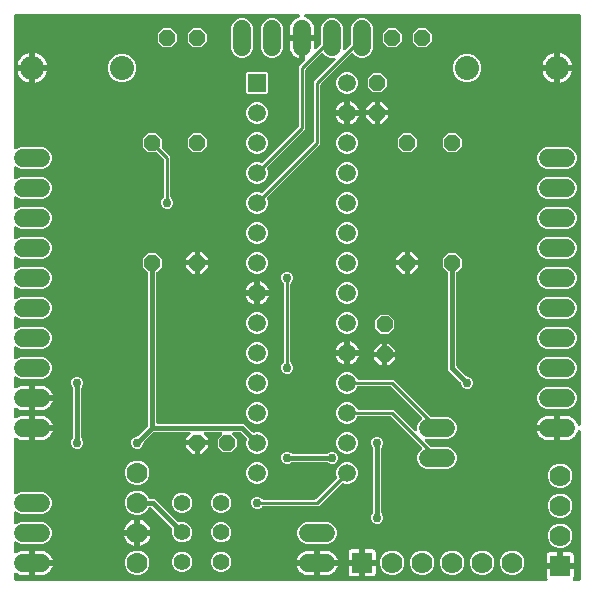
<source format=gbr>
G04 EAGLE Gerber RS-274X export*
G75*
%MOMM*%
%FSLAX34Y34*%
%LPD*%
%INBottom Copper*%
%IPPOS*%
%AMOC8*
5,1,8,0,0,1.08239X$1,22.5*%
G01*
%ADD10R,1.508000X1.508000*%
%ADD11C,1.508000*%
%ADD12C,1.778000*%
%ADD13C,1.524000*%
%ADD14R,1.778000X1.778000*%
%ADD15C,2.032000*%
%ADD16C,1.397000*%
%ADD17P,1.429621X8X292.500000*%
%ADD18P,1.429621X8X112.500000*%
%ADD19P,1.429621X8X202.500000*%
%ADD20P,1.429621X8X22.500000*%
%ADD21C,0.254000*%
%ADD22C,0.756400*%
%ADD23C,0.406400*%

G36*
X460840Y10178D02*
X460840Y10178D01*
X460978Y10191D01*
X460997Y10198D01*
X461017Y10201D01*
X461147Y10252D01*
X461278Y10299D01*
X461294Y10310D01*
X461313Y10318D01*
X461426Y10399D01*
X461541Y10477D01*
X461554Y10493D01*
X461570Y10504D01*
X461659Y10612D01*
X461751Y10716D01*
X461760Y10734D01*
X461773Y10749D01*
X461832Y10875D01*
X461896Y10999D01*
X461900Y11019D01*
X461909Y11037D01*
X461935Y11174D01*
X461965Y11309D01*
X461965Y11330D01*
X461969Y11349D01*
X461960Y11488D01*
X461956Y11627D01*
X461950Y11647D01*
X461949Y11667D01*
X461906Y11799D01*
X461867Y11933D01*
X461857Y11950D01*
X461851Y11969D01*
X461777Y12087D01*
X461706Y12207D01*
X461687Y12228D01*
X461681Y12238D01*
X461666Y12252D01*
X461599Y12328D01*
X461517Y12410D01*
X461182Y12989D01*
X461009Y13636D01*
X461009Y20321D01*
X471170Y20321D01*
X471288Y20336D01*
X471407Y20343D01*
X471445Y20356D01*
X471485Y20361D01*
X471596Y20404D01*
X471709Y20441D01*
X471743Y20463D01*
X471781Y20478D01*
X471877Y20548D01*
X471978Y20611D01*
X472006Y20641D01*
X472038Y20664D01*
X472114Y20756D01*
X472196Y20843D01*
X472215Y20878D01*
X472241Y20909D01*
X472292Y21017D01*
X472349Y21121D01*
X472360Y21161D01*
X472377Y21197D01*
X472399Y21314D01*
X472429Y21429D01*
X472433Y21490D01*
X472437Y21510D01*
X472435Y21530D01*
X472439Y21590D01*
X472439Y22861D01*
X472441Y22861D01*
X472441Y21590D01*
X472456Y21472D01*
X472463Y21353D01*
X472476Y21315D01*
X472481Y21274D01*
X472525Y21164D01*
X472561Y21051D01*
X472583Y21016D01*
X472598Y20979D01*
X472668Y20883D01*
X472731Y20782D01*
X472761Y20754D01*
X472785Y20721D01*
X472876Y20646D01*
X472963Y20564D01*
X472998Y20544D01*
X473030Y20519D01*
X473137Y20468D01*
X473242Y20410D01*
X473281Y20400D01*
X473317Y20383D01*
X473434Y20361D01*
X473549Y20331D01*
X473610Y20327D01*
X473630Y20323D01*
X473650Y20325D01*
X473710Y20321D01*
X483871Y20321D01*
X483871Y13636D01*
X483698Y12989D01*
X483363Y12410D01*
X483281Y12328D01*
X483195Y12218D01*
X483107Y12111D01*
X483098Y12092D01*
X483086Y12076D01*
X483030Y11948D01*
X482971Y11823D01*
X482967Y11803D01*
X482959Y11784D01*
X482937Y11647D01*
X482911Y11510D01*
X482913Y11490D01*
X482909Y11470D01*
X482922Y11332D01*
X482931Y11193D01*
X482937Y11174D01*
X482939Y11154D01*
X482986Y11023D01*
X483029Y10891D01*
X483040Y10873D01*
X483047Y10854D01*
X483125Y10740D01*
X483199Y10622D01*
X483214Y10608D01*
X483225Y10591D01*
X483330Y10499D01*
X483431Y10404D01*
X483449Y10394D01*
X483464Y10381D01*
X483588Y10317D01*
X483709Y10250D01*
X483729Y10245D01*
X483747Y10236D01*
X483883Y10206D01*
X484017Y10171D01*
X484045Y10169D01*
X484057Y10166D01*
X484078Y10167D01*
X484178Y10161D01*
X488570Y10161D01*
X488688Y10176D01*
X488807Y10183D01*
X488845Y10196D01*
X488886Y10201D01*
X488996Y10244D01*
X489109Y10281D01*
X489144Y10303D01*
X489181Y10318D01*
X489277Y10387D01*
X489378Y10451D01*
X489406Y10481D01*
X489439Y10504D01*
X489515Y10596D01*
X489596Y10683D01*
X489616Y10718D01*
X489641Y10749D01*
X489692Y10857D01*
X489750Y10961D01*
X489760Y11001D01*
X489777Y11037D01*
X489799Y11154D01*
X489829Y11269D01*
X489833Y11329D01*
X489837Y11349D01*
X489835Y11370D01*
X489839Y11430D01*
X489839Y136720D01*
X489824Y136839D01*
X489817Y136958D01*
X489804Y136996D01*
X489799Y137036D01*
X489756Y137147D01*
X489719Y137260D01*
X489697Y137294D01*
X489682Y137332D01*
X489612Y137428D01*
X489548Y137529D01*
X489519Y137556D01*
X489496Y137589D01*
X489404Y137665D01*
X489317Y137747D01*
X489281Y137766D01*
X489251Y137792D01*
X489142Y137843D01*
X489038Y137900D01*
X488999Y137910D01*
X488963Y137927D01*
X488846Y137950D01*
X488730Y137979D01*
X488690Y137979D01*
X488651Y137987D01*
X488531Y137980D01*
X488412Y137980D01*
X488373Y137970D01*
X488333Y137967D01*
X488220Y137930D01*
X488104Y137901D01*
X488069Y137882D01*
X488031Y137869D01*
X487930Y137805D01*
X487825Y137748D01*
X487796Y137721D01*
X487762Y137699D01*
X487680Y137612D01*
X487593Y137530D01*
X487571Y137497D01*
X487544Y137467D01*
X487486Y137363D01*
X487422Y137262D01*
X487400Y137207D01*
X487390Y137189D01*
X487385Y137169D01*
X487363Y137113D01*
X486936Y135800D01*
X486210Y134375D01*
X485270Y133081D01*
X484139Y131950D01*
X482845Y131010D01*
X481420Y130284D01*
X479899Y129789D01*
X478320Y129539D01*
X472439Y129539D01*
X472439Y138430D01*
X472424Y138548D01*
X472417Y138667D01*
X472404Y138705D01*
X472399Y138745D01*
X472356Y138856D01*
X472319Y138969D01*
X472297Y139003D01*
X472282Y139041D01*
X472212Y139137D01*
X472149Y139238D01*
X472119Y139266D01*
X472095Y139298D01*
X472004Y139374D01*
X471917Y139456D01*
X471882Y139475D01*
X471851Y139501D01*
X471743Y139552D01*
X471639Y139609D01*
X471599Y139620D01*
X471563Y139637D01*
X471446Y139659D01*
X471331Y139689D01*
X471270Y139693D01*
X471250Y139697D01*
X471230Y139695D01*
X471170Y139699D01*
X469899Y139699D01*
X469899Y139701D01*
X471170Y139701D01*
X471288Y139716D01*
X471407Y139723D01*
X471445Y139736D01*
X471485Y139741D01*
X471596Y139785D01*
X471709Y139821D01*
X471744Y139843D01*
X471781Y139858D01*
X471877Y139928D01*
X471978Y139991D01*
X472006Y140021D01*
X472039Y140045D01*
X472114Y140136D01*
X472196Y140223D01*
X472216Y140258D01*
X472241Y140290D01*
X472292Y140397D01*
X472350Y140502D01*
X472360Y140541D01*
X472377Y140577D01*
X472399Y140694D01*
X472429Y140809D01*
X472433Y140870D01*
X472437Y140890D01*
X472435Y140910D01*
X472439Y140970D01*
X472439Y149861D01*
X478320Y149861D01*
X479899Y149611D01*
X481420Y149116D01*
X482845Y148390D01*
X484139Y147450D01*
X485270Y146319D01*
X486210Y145025D01*
X486936Y143600D01*
X487363Y142287D01*
X487414Y142179D01*
X487458Y142068D01*
X487481Y142036D01*
X487498Y142000D01*
X487574Y141908D01*
X487644Y141811D01*
X487675Y141786D01*
X487701Y141755D01*
X487798Y141684D01*
X487889Y141608D01*
X487926Y141591D01*
X487958Y141568D01*
X488070Y141524D01*
X488177Y141473D01*
X488216Y141465D01*
X488254Y141450D01*
X488373Y141435D01*
X488490Y141413D01*
X488529Y141416D01*
X488569Y141410D01*
X488688Y141425D01*
X488807Y141433D01*
X488845Y141445D01*
X488885Y141450D01*
X488996Y141494D01*
X489109Y141531D01*
X489143Y141552D01*
X489181Y141567D01*
X489277Y141637D01*
X489378Y141701D01*
X489406Y141730D01*
X489438Y141754D01*
X489514Y141846D01*
X489596Y141933D01*
X489615Y141968D01*
X489641Y141999D01*
X489692Y142107D01*
X489750Y142211D01*
X489760Y142250D01*
X489777Y142286D01*
X489799Y142404D01*
X489829Y142519D01*
X489833Y142578D01*
X489837Y142599D01*
X489835Y142619D01*
X489839Y142680D01*
X489839Y488570D01*
X489824Y488688D01*
X489817Y488807D01*
X489804Y488845D01*
X489799Y488886D01*
X489756Y488996D01*
X489719Y489109D01*
X489697Y489144D01*
X489682Y489181D01*
X489613Y489277D01*
X489549Y489378D01*
X489519Y489406D01*
X489496Y489439D01*
X489404Y489515D01*
X489317Y489596D01*
X489282Y489616D01*
X489251Y489641D01*
X489143Y489692D01*
X489039Y489750D01*
X488999Y489760D01*
X488963Y489777D01*
X488846Y489799D01*
X488731Y489829D01*
X488671Y489833D01*
X488651Y489837D01*
X488630Y489835D01*
X488570Y489839D01*
X256980Y489839D01*
X256861Y489824D01*
X256742Y489817D01*
X256704Y489804D01*
X256664Y489799D01*
X256553Y489756D01*
X256440Y489719D01*
X256406Y489697D01*
X256368Y489682D01*
X256272Y489612D01*
X256171Y489548D01*
X256144Y489519D01*
X256111Y489496D01*
X256035Y489404D01*
X255953Y489317D01*
X255934Y489281D01*
X255908Y489251D01*
X255857Y489142D01*
X255800Y489038D01*
X255790Y488999D01*
X255773Y488963D01*
X255750Y488846D01*
X255721Y488730D01*
X255721Y488690D01*
X255713Y488651D01*
X255720Y488531D01*
X255720Y488412D01*
X255730Y488373D01*
X255733Y488333D01*
X255770Y488220D01*
X255799Y488104D01*
X255818Y488069D01*
X255831Y488031D01*
X255895Y487930D01*
X255952Y487825D01*
X255979Y487796D01*
X256001Y487762D01*
X256088Y487680D01*
X256170Y487593D01*
X256203Y487571D01*
X256233Y487544D01*
X256337Y487486D01*
X256438Y487422D01*
X256493Y487400D01*
X256511Y487390D01*
X256531Y487385D01*
X256587Y487363D01*
X257900Y486936D01*
X259325Y486210D01*
X260619Y485270D01*
X261750Y484139D01*
X262690Y482845D01*
X263416Y481420D01*
X263911Y479899D01*
X264161Y478320D01*
X264161Y472439D01*
X255270Y472439D01*
X255152Y472424D01*
X255033Y472417D01*
X254995Y472404D01*
X254955Y472399D01*
X254844Y472356D01*
X254731Y472319D01*
X254697Y472297D01*
X254659Y472282D01*
X254563Y472212D01*
X254462Y472149D01*
X254434Y472119D01*
X254402Y472095D01*
X254326Y472004D01*
X254244Y471917D01*
X254225Y471882D01*
X254199Y471851D01*
X254148Y471743D01*
X254091Y471639D01*
X254080Y471599D01*
X254063Y471563D01*
X254041Y471446D01*
X254011Y471331D01*
X254007Y471270D01*
X254003Y471250D01*
X254005Y471230D01*
X254001Y471170D01*
X254001Y469899D01*
X253999Y469899D01*
X253999Y471170D01*
X253984Y471288D01*
X253977Y471407D01*
X253964Y471445D01*
X253959Y471485D01*
X253915Y471596D01*
X253879Y471709D01*
X253857Y471744D01*
X253842Y471781D01*
X253772Y471877D01*
X253709Y471978D01*
X253679Y472006D01*
X253655Y472039D01*
X253564Y472114D01*
X253477Y472196D01*
X253442Y472216D01*
X253410Y472241D01*
X253303Y472292D01*
X253198Y472350D01*
X253159Y472360D01*
X253123Y472377D01*
X253006Y472399D01*
X252891Y472429D01*
X252830Y472433D01*
X252810Y472437D01*
X252790Y472435D01*
X252730Y472439D01*
X243839Y472439D01*
X243839Y478320D01*
X244089Y479899D01*
X244584Y481420D01*
X245310Y482845D01*
X246250Y484139D01*
X247381Y485270D01*
X248675Y486210D01*
X250100Y486936D01*
X251413Y487363D01*
X251521Y487414D01*
X251632Y487458D01*
X251664Y487481D01*
X251700Y487498D01*
X251792Y487574D01*
X251889Y487644D01*
X251914Y487675D01*
X251945Y487701D01*
X252016Y487798D01*
X252092Y487889D01*
X252109Y487926D01*
X252132Y487958D01*
X252176Y488070D01*
X252227Y488177D01*
X252235Y488216D01*
X252250Y488254D01*
X252265Y488373D01*
X252287Y488490D01*
X252284Y488529D01*
X252290Y488569D01*
X252275Y488688D01*
X252267Y488807D01*
X252255Y488845D01*
X252250Y488885D01*
X252206Y488996D01*
X252169Y489109D01*
X252148Y489143D01*
X252133Y489181D01*
X252063Y489277D01*
X251999Y489378D01*
X251970Y489406D01*
X251946Y489438D01*
X251854Y489514D01*
X251767Y489596D01*
X251732Y489615D01*
X251701Y489641D01*
X251593Y489692D01*
X251489Y489750D01*
X251450Y489760D01*
X251414Y489777D01*
X251296Y489799D01*
X251181Y489829D01*
X251122Y489833D01*
X251101Y489837D01*
X251081Y489835D01*
X251020Y489839D01*
X11430Y489839D01*
X11312Y489824D01*
X11193Y489817D01*
X11155Y489804D01*
X11114Y489799D01*
X11004Y489756D01*
X10891Y489719D01*
X10856Y489697D01*
X10819Y489682D01*
X10723Y489613D01*
X10622Y489549D01*
X10594Y489519D01*
X10561Y489496D01*
X10485Y489404D01*
X10404Y489317D01*
X10384Y489282D01*
X10359Y489251D01*
X10308Y489143D01*
X10250Y489039D01*
X10240Y488999D01*
X10223Y488963D01*
X10201Y488846D01*
X10171Y488731D01*
X10167Y488671D01*
X10163Y488651D01*
X10165Y488630D01*
X10161Y488570D01*
X10161Y376678D01*
X10178Y376540D01*
X10191Y376401D01*
X10198Y376382D01*
X10201Y376362D01*
X10252Y376233D01*
X10299Y376102D01*
X10310Y376085D01*
X10318Y376066D01*
X10399Y375954D01*
X10477Y375839D01*
X10493Y375825D01*
X10504Y375809D01*
X10611Y375720D01*
X10716Y375628D01*
X10734Y375619D01*
X10749Y375606D01*
X10875Y375547D01*
X10999Y375484D01*
X11019Y375479D01*
X11037Y375471D01*
X11173Y375445D01*
X11309Y375414D01*
X11330Y375415D01*
X11349Y375411D01*
X11488Y375420D01*
X11627Y375424D01*
X11647Y375429D01*
X11667Y375431D01*
X11799Y375473D01*
X11933Y375512D01*
X11950Y375522D01*
X11969Y375529D01*
X12087Y375603D01*
X12207Y375674D01*
X12228Y375692D01*
X12238Y375699D01*
X12252Y375714D01*
X12328Y375780D01*
X12600Y376053D01*
X15961Y377445D01*
X34839Y377445D01*
X38200Y376053D01*
X40773Y373480D01*
X42165Y370119D01*
X42165Y366481D01*
X40773Y363120D01*
X38200Y360547D01*
X34839Y359155D01*
X15961Y359155D01*
X12600Y360547D01*
X12328Y360820D01*
X12218Y360905D01*
X12111Y360994D01*
X12092Y361002D01*
X12076Y361015D01*
X11949Y361070D01*
X11823Y361129D01*
X11803Y361133D01*
X11784Y361141D01*
X11647Y361163D01*
X11510Y361189D01*
X11490Y361188D01*
X11470Y361191D01*
X11331Y361178D01*
X11193Y361169D01*
X11174Y361163D01*
X11154Y361161D01*
X11022Y361114D01*
X10891Y361071D01*
X10874Y361061D01*
X10854Y361054D01*
X10739Y360976D01*
X10622Y360901D01*
X10608Y360886D01*
X10591Y360875D01*
X10499Y360771D01*
X10404Y360670D01*
X10394Y360652D01*
X10381Y360637D01*
X10317Y360513D01*
X10250Y360391D01*
X10245Y360372D01*
X10236Y360353D01*
X10206Y360217D01*
X10171Y360083D01*
X10169Y360055D01*
X10166Y360043D01*
X10167Y360023D01*
X10161Y359922D01*
X10161Y351278D01*
X10178Y351140D01*
X10191Y351001D01*
X10198Y350982D01*
X10201Y350962D01*
X10252Y350833D01*
X10299Y350702D01*
X10310Y350685D01*
X10318Y350666D01*
X10399Y350554D01*
X10477Y350439D01*
X10493Y350425D01*
X10504Y350409D01*
X10611Y350320D01*
X10716Y350228D01*
X10734Y350219D01*
X10749Y350206D01*
X10875Y350147D01*
X10999Y350084D01*
X11019Y350079D01*
X11037Y350071D01*
X11173Y350045D01*
X11309Y350014D01*
X11330Y350015D01*
X11349Y350011D01*
X11488Y350020D01*
X11627Y350024D01*
X11647Y350029D01*
X11667Y350031D01*
X11799Y350073D01*
X11933Y350112D01*
X11950Y350122D01*
X11969Y350129D01*
X12087Y350203D01*
X12207Y350274D01*
X12228Y350292D01*
X12238Y350299D01*
X12252Y350314D01*
X12328Y350380D01*
X12600Y350653D01*
X15961Y352045D01*
X34839Y352045D01*
X38200Y350653D01*
X40773Y348080D01*
X42165Y344719D01*
X42165Y341081D01*
X40773Y337720D01*
X38200Y335147D01*
X34839Y333755D01*
X15961Y333755D01*
X12600Y335147D01*
X12328Y335420D01*
X12218Y335505D01*
X12111Y335594D01*
X12092Y335602D01*
X12076Y335615D01*
X11949Y335670D01*
X11823Y335729D01*
X11803Y335733D01*
X11784Y335741D01*
X11647Y335763D01*
X11510Y335789D01*
X11490Y335788D01*
X11470Y335791D01*
X11331Y335778D01*
X11193Y335769D01*
X11174Y335763D01*
X11154Y335761D01*
X11022Y335714D01*
X10891Y335671D01*
X10874Y335661D01*
X10854Y335654D01*
X10739Y335576D01*
X10622Y335501D01*
X10608Y335486D01*
X10591Y335475D01*
X10499Y335371D01*
X10404Y335270D01*
X10394Y335252D01*
X10381Y335237D01*
X10317Y335113D01*
X10250Y334991D01*
X10245Y334972D01*
X10236Y334953D01*
X10206Y334817D01*
X10171Y334683D01*
X10169Y334655D01*
X10166Y334643D01*
X10167Y334623D01*
X10161Y334522D01*
X10161Y325878D01*
X10178Y325740D01*
X10191Y325601D01*
X10198Y325582D01*
X10201Y325562D01*
X10252Y325433D01*
X10299Y325302D01*
X10310Y325285D01*
X10318Y325266D01*
X10399Y325154D01*
X10477Y325039D01*
X10493Y325025D01*
X10504Y325009D01*
X10611Y324920D01*
X10716Y324828D01*
X10734Y324819D01*
X10749Y324806D01*
X10875Y324747D01*
X10999Y324684D01*
X11019Y324679D01*
X11037Y324671D01*
X11173Y324645D01*
X11309Y324614D01*
X11330Y324615D01*
X11349Y324611D01*
X11488Y324620D01*
X11627Y324624D01*
X11647Y324629D01*
X11667Y324631D01*
X11799Y324673D01*
X11933Y324712D01*
X11950Y324722D01*
X11969Y324729D01*
X12087Y324803D01*
X12207Y324874D01*
X12228Y324892D01*
X12238Y324899D01*
X12252Y324914D01*
X12328Y324980D01*
X12600Y325253D01*
X15961Y326645D01*
X34839Y326645D01*
X38200Y325253D01*
X40773Y322680D01*
X42165Y319319D01*
X42165Y315681D01*
X40773Y312320D01*
X38200Y309747D01*
X34839Y308355D01*
X15961Y308355D01*
X12600Y309747D01*
X12328Y310020D01*
X12218Y310105D01*
X12111Y310194D01*
X12092Y310202D01*
X12076Y310215D01*
X11949Y310270D01*
X11823Y310329D01*
X11803Y310333D01*
X11784Y310341D01*
X11647Y310363D01*
X11510Y310389D01*
X11490Y310388D01*
X11470Y310391D01*
X11331Y310378D01*
X11193Y310369D01*
X11174Y310363D01*
X11154Y310361D01*
X11022Y310314D01*
X10891Y310271D01*
X10874Y310261D01*
X10854Y310254D01*
X10739Y310176D01*
X10622Y310101D01*
X10608Y310086D01*
X10591Y310075D01*
X10499Y309971D01*
X10404Y309870D01*
X10394Y309852D01*
X10381Y309837D01*
X10317Y309713D01*
X10250Y309591D01*
X10245Y309572D01*
X10236Y309553D01*
X10206Y309417D01*
X10171Y309283D01*
X10169Y309255D01*
X10166Y309243D01*
X10167Y309223D01*
X10161Y309122D01*
X10161Y300478D01*
X10178Y300340D01*
X10191Y300201D01*
X10198Y300182D01*
X10201Y300162D01*
X10252Y300033D01*
X10299Y299902D01*
X10310Y299885D01*
X10318Y299866D01*
X10399Y299754D01*
X10477Y299639D01*
X10493Y299625D01*
X10504Y299609D01*
X10611Y299520D01*
X10716Y299428D01*
X10734Y299419D01*
X10749Y299406D01*
X10875Y299347D01*
X10999Y299284D01*
X11019Y299279D01*
X11037Y299271D01*
X11173Y299245D01*
X11309Y299214D01*
X11330Y299215D01*
X11349Y299211D01*
X11488Y299220D01*
X11627Y299224D01*
X11647Y299229D01*
X11667Y299231D01*
X11799Y299273D01*
X11933Y299312D01*
X11950Y299322D01*
X11969Y299329D01*
X12087Y299403D01*
X12207Y299474D01*
X12228Y299492D01*
X12238Y299499D01*
X12252Y299514D01*
X12328Y299580D01*
X12600Y299853D01*
X15961Y301245D01*
X34839Y301245D01*
X38200Y299853D01*
X40773Y297280D01*
X42165Y293919D01*
X42165Y290281D01*
X40773Y286920D01*
X38200Y284347D01*
X34839Y282955D01*
X15961Y282955D01*
X12600Y284347D01*
X12328Y284620D01*
X12218Y284705D01*
X12111Y284794D01*
X12092Y284802D01*
X12076Y284815D01*
X11949Y284870D01*
X11823Y284929D01*
X11803Y284933D01*
X11784Y284941D01*
X11647Y284963D01*
X11510Y284989D01*
X11490Y284988D01*
X11470Y284991D01*
X11331Y284978D01*
X11193Y284969D01*
X11174Y284963D01*
X11154Y284961D01*
X11022Y284914D01*
X10891Y284871D01*
X10874Y284861D01*
X10854Y284854D01*
X10739Y284776D01*
X10622Y284701D01*
X10608Y284686D01*
X10591Y284675D01*
X10499Y284571D01*
X10404Y284470D01*
X10394Y284452D01*
X10381Y284437D01*
X10317Y284313D01*
X10250Y284191D01*
X10245Y284172D01*
X10236Y284153D01*
X10206Y284017D01*
X10171Y283883D01*
X10169Y283855D01*
X10166Y283843D01*
X10167Y283823D01*
X10161Y283722D01*
X10161Y275078D01*
X10178Y274940D01*
X10191Y274801D01*
X10198Y274782D01*
X10201Y274762D01*
X10252Y274633D01*
X10299Y274502D01*
X10310Y274485D01*
X10318Y274466D01*
X10399Y274354D01*
X10477Y274239D01*
X10493Y274225D01*
X10504Y274209D01*
X10611Y274120D01*
X10716Y274028D01*
X10734Y274019D01*
X10749Y274006D01*
X10875Y273947D01*
X10999Y273884D01*
X11019Y273879D01*
X11037Y273871D01*
X11173Y273845D01*
X11309Y273814D01*
X11330Y273815D01*
X11349Y273811D01*
X11488Y273820D01*
X11627Y273824D01*
X11647Y273829D01*
X11667Y273831D01*
X11799Y273873D01*
X11933Y273912D01*
X11950Y273922D01*
X11969Y273929D01*
X12087Y274003D01*
X12207Y274074D01*
X12228Y274092D01*
X12238Y274099D01*
X12252Y274114D01*
X12328Y274180D01*
X12600Y274453D01*
X15961Y275845D01*
X34839Y275845D01*
X38200Y274453D01*
X40773Y271880D01*
X42165Y268519D01*
X42165Y264881D01*
X40773Y261520D01*
X38200Y258947D01*
X34839Y257555D01*
X15961Y257555D01*
X12600Y258947D01*
X12328Y259220D01*
X12218Y259305D01*
X12111Y259394D01*
X12092Y259402D01*
X12076Y259415D01*
X11949Y259470D01*
X11823Y259529D01*
X11803Y259533D01*
X11784Y259541D01*
X11647Y259563D01*
X11510Y259589D01*
X11490Y259588D01*
X11470Y259591D01*
X11331Y259578D01*
X11193Y259569D01*
X11174Y259563D01*
X11154Y259561D01*
X11022Y259514D01*
X10891Y259471D01*
X10874Y259461D01*
X10854Y259454D01*
X10739Y259376D01*
X10622Y259301D01*
X10608Y259286D01*
X10591Y259275D01*
X10499Y259171D01*
X10404Y259070D01*
X10394Y259052D01*
X10381Y259037D01*
X10317Y258913D01*
X10250Y258791D01*
X10245Y258772D01*
X10236Y258753D01*
X10206Y258617D01*
X10171Y258483D01*
X10169Y258455D01*
X10166Y258443D01*
X10167Y258423D01*
X10161Y258322D01*
X10161Y249678D01*
X10178Y249540D01*
X10191Y249401D01*
X10198Y249382D01*
X10201Y249362D01*
X10252Y249233D01*
X10299Y249102D01*
X10310Y249085D01*
X10318Y249066D01*
X10399Y248954D01*
X10477Y248839D01*
X10493Y248825D01*
X10504Y248809D01*
X10611Y248720D01*
X10716Y248628D01*
X10734Y248619D01*
X10749Y248606D01*
X10875Y248547D01*
X10999Y248484D01*
X11019Y248479D01*
X11037Y248471D01*
X11173Y248445D01*
X11309Y248414D01*
X11330Y248415D01*
X11349Y248411D01*
X11488Y248420D01*
X11627Y248424D01*
X11647Y248429D01*
X11667Y248431D01*
X11799Y248473D01*
X11933Y248512D01*
X11950Y248522D01*
X11969Y248529D01*
X12087Y248603D01*
X12207Y248674D01*
X12228Y248692D01*
X12238Y248699D01*
X12252Y248714D01*
X12328Y248780D01*
X12600Y249053D01*
X15961Y250445D01*
X34839Y250445D01*
X38200Y249053D01*
X40773Y246480D01*
X42165Y243119D01*
X42165Y239481D01*
X40773Y236120D01*
X38200Y233547D01*
X34839Y232155D01*
X15961Y232155D01*
X12600Y233547D01*
X12328Y233820D01*
X12218Y233905D01*
X12111Y233994D01*
X12092Y234002D01*
X12076Y234015D01*
X11949Y234070D01*
X11823Y234129D01*
X11803Y234133D01*
X11784Y234141D01*
X11647Y234163D01*
X11510Y234189D01*
X11490Y234188D01*
X11470Y234191D01*
X11331Y234178D01*
X11193Y234169D01*
X11174Y234163D01*
X11154Y234161D01*
X11022Y234114D01*
X10891Y234071D01*
X10874Y234061D01*
X10854Y234054D01*
X10739Y233976D01*
X10622Y233901D01*
X10608Y233886D01*
X10591Y233875D01*
X10499Y233771D01*
X10404Y233670D01*
X10394Y233652D01*
X10381Y233637D01*
X10317Y233513D01*
X10250Y233391D01*
X10245Y233372D01*
X10236Y233353D01*
X10206Y233217D01*
X10171Y233083D01*
X10169Y233055D01*
X10166Y233043D01*
X10167Y233023D01*
X10161Y232922D01*
X10161Y224278D01*
X10178Y224140D01*
X10191Y224001D01*
X10198Y223982D01*
X10201Y223962D01*
X10252Y223833D01*
X10299Y223702D01*
X10310Y223685D01*
X10318Y223666D01*
X10399Y223554D01*
X10477Y223439D01*
X10493Y223425D01*
X10504Y223409D01*
X10611Y223320D01*
X10716Y223228D01*
X10734Y223219D01*
X10749Y223206D01*
X10875Y223147D01*
X10999Y223084D01*
X11019Y223079D01*
X11037Y223071D01*
X11173Y223045D01*
X11309Y223014D01*
X11330Y223015D01*
X11349Y223011D01*
X11488Y223020D01*
X11627Y223024D01*
X11647Y223029D01*
X11667Y223031D01*
X11799Y223073D01*
X11933Y223112D01*
X11950Y223122D01*
X11969Y223129D01*
X12087Y223203D01*
X12207Y223274D01*
X12228Y223292D01*
X12238Y223299D01*
X12252Y223314D01*
X12328Y223380D01*
X12600Y223653D01*
X15961Y225045D01*
X34839Y225045D01*
X38200Y223653D01*
X40773Y221080D01*
X42165Y217719D01*
X42165Y214081D01*
X40773Y210720D01*
X38200Y208147D01*
X34839Y206755D01*
X15961Y206755D01*
X12600Y208147D01*
X12328Y208420D01*
X12218Y208505D01*
X12111Y208594D01*
X12092Y208602D01*
X12076Y208615D01*
X11949Y208670D01*
X11823Y208729D01*
X11803Y208733D01*
X11784Y208741D01*
X11647Y208763D01*
X11510Y208789D01*
X11490Y208788D01*
X11470Y208791D01*
X11331Y208778D01*
X11193Y208769D01*
X11174Y208763D01*
X11154Y208761D01*
X11022Y208714D01*
X10891Y208671D01*
X10874Y208661D01*
X10854Y208654D01*
X10739Y208576D01*
X10622Y208501D01*
X10608Y208486D01*
X10591Y208475D01*
X10499Y208371D01*
X10404Y208270D01*
X10394Y208252D01*
X10381Y208237D01*
X10317Y208113D01*
X10250Y207991D01*
X10245Y207972D01*
X10236Y207953D01*
X10206Y207817D01*
X10171Y207683D01*
X10169Y207655D01*
X10166Y207643D01*
X10167Y207623D01*
X10161Y207522D01*
X10161Y198878D01*
X10178Y198740D01*
X10191Y198601D01*
X10198Y198582D01*
X10201Y198562D01*
X10252Y198433D01*
X10299Y198302D01*
X10310Y198285D01*
X10318Y198266D01*
X10399Y198154D01*
X10477Y198039D01*
X10493Y198025D01*
X10504Y198009D01*
X10611Y197920D01*
X10716Y197828D01*
X10734Y197819D01*
X10749Y197806D01*
X10875Y197747D01*
X10999Y197684D01*
X11019Y197679D01*
X11037Y197671D01*
X11173Y197645D01*
X11309Y197614D01*
X11330Y197615D01*
X11349Y197611D01*
X11488Y197620D01*
X11627Y197624D01*
X11647Y197629D01*
X11667Y197631D01*
X11799Y197673D01*
X11933Y197712D01*
X11950Y197722D01*
X11969Y197729D01*
X12087Y197803D01*
X12207Y197874D01*
X12228Y197892D01*
X12238Y197899D01*
X12252Y197914D01*
X12328Y197980D01*
X12600Y198253D01*
X15961Y199645D01*
X34839Y199645D01*
X38200Y198253D01*
X40773Y195680D01*
X42165Y192319D01*
X42165Y188681D01*
X40773Y185320D01*
X38200Y182747D01*
X34839Y181355D01*
X15961Y181355D01*
X12600Y182747D01*
X12328Y183020D01*
X12218Y183105D01*
X12111Y183194D01*
X12092Y183202D01*
X12076Y183215D01*
X11949Y183270D01*
X11823Y183329D01*
X11803Y183333D01*
X11784Y183341D01*
X11647Y183363D01*
X11510Y183389D01*
X11490Y183388D01*
X11470Y183391D01*
X11331Y183378D01*
X11193Y183369D01*
X11174Y183363D01*
X11154Y183361D01*
X11022Y183314D01*
X10891Y183271D01*
X10874Y183261D01*
X10854Y183254D01*
X10739Y183176D01*
X10622Y183101D01*
X10608Y183086D01*
X10591Y183075D01*
X10499Y182971D01*
X10404Y182870D01*
X10394Y182852D01*
X10381Y182837D01*
X10317Y182713D01*
X10250Y182591D01*
X10245Y182572D01*
X10236Y182553D01*
X10206Y182417D01*
X10171Y182283D01*
X10169Y182255D01*
X10166Y182243D01*
X10167Y182223D01*
X10161Y182122D01*
X10161Y174615D01*
X10166Y174575D01*
X10163Y174535D01*
X10186Y174418D01*
X10201Y174299D01*
X10215Y174262D01*
X10223Y174223D01*
X10274Y174115D01*
X10318Y174003D01*
X10341Y173971D01*
X10358Y173935D01*
X10434Y173843D01*
X10504Y173746D01*
X10535Y173721D01*
X10560Y173690D01*
X10657Y173620D01*
X10749Y173543D01*
X10785Y173526D01*
X10818Y173503D01*
X10929Y173459D01*
X11037Y173408D01*
X11076Y173400D01*
X11113Y173386D01*
X11232Y173370D01*
X11349Y173348D01*
X11389Y173350D01*
X11429Y173345D01*
X11548Y173360D01*
X11667Y173368D01*
X11705Y173380D01*
X11744Y173385D01*
X11856Y173429D01*
X11969Y173466D01*
X12003Y173487D01*
X12040Y173502D01*
X12176Y173588D01*
X12455Y173790D01*
X13880Y174516D01*
X15401Y175011D01*
X16980Y175261D01*
X22861Y175261D01*
X22861Y166370D01*
X22876Y166252D01*
X22883Y166133D01*
X22896Y166095D01*
X22901Y166055D01*
X22944Y165944D01*
X22981Y165831D01*
X23003Y165797D01*
X23018Y165759D01*
X23088Y165663D01*
X23151Y165562D01*
X23181Y165534D01*
X23204Y165502D01*
X23296Y165426D01*
X23383Y165344D01*
X23418Y165325D01*
X23449Y165299D01*
X23557Y165248D01*
X23661Y165191D01*
X23701Y165180D01*
X23737Y165163D01*
X23854Y165141D01*
X23969Y165111D01*
X24030Y165107D01*
X24050Y165103D01*
X24070Y165105D01*
X24130Y165101D01*
X25401Y165101D01*
X25401Y165099D01*
X24130Y165099D01*
X24012Y165084D01*
X23893Y165077D01*
X23855Y165064D01*
X23814Y165059D01*
X23704Y165015D01*
X23591Y164979D01*
X23556Y164957D01*
X23519Y164942D01*
X23423Y164872D01*
X23322Y164809D01*
X23294Y164779D01*
X23261Y164755D01*
X23186Y164664D01*
X23104Y164577D01*
X23084Y164542D01*
X23059Y164510D01*
X23008Y164403D01*
X22950Y164298D01*
X22940Y164259D01*
X22923Y164223D01*
X22901Y164106D01*
X22871Y163991D01*
X22867Y163930D01*
X22863Y163910D01*
X22865Y163890D01*
X22861Y163830D01*
X22861Y154939D01*
X16980Y154939D01*
X15401Y155189D01*
X13880Y155684D01*
X12455Y156410D01*
X12176Y156612D01*
X12141Y156631D01*
X12111Y156657D01*
X12002Y156708D01*
X11897Y156765D01*
X11859Y156775D01*
X11823Y156792D01*
X11705Y156815D01*
X11589Y156845D01*
X11550Y156845D01*
X11510Y156852D01*
X11391Y156845D01*
X11271Y156845D01*
X11233Y156835D01*
X11193Y156832D01*
X11079Y156795D01*
X10963Y156766D01*
X10928Y156747D01*
X10891Y156734D01*
X10789Y156670D01*
X10685Y156613D01*
X10656Y156585D01*
X10622Y156564D01*
X10540Y156477D01*
X10453Y156395D01*
X10431Y156362D01*
X10404Y156332D01*
X10346Y156228D01*
X10282Y156127D01*
X10270Y156089D01*
X10250Y156054D01*
X10221Y155938D01*
X10183Y155824D01*
X10181Y155785D01*
X10171Y155746D01*
X10161Y155585D01*
X10161Y149215D01*
X10166Y149175D01*
X10163Y149135D01*
X10186Y149018D01*
X10201Y148899D01*
X10215Y148862D01*
X10223Y148823D01*
X10274Y148715D01*
X10318Y148603D01*
X10341Y148571D01*
X10358Y148535D01*
X10434Y148443D01*
X10504Y148346D01*
X10535Y148321D01*
X10560Y148290D01*
X10657Y148220D01*
X10749Y148143D01*
X10785Y148126D01*
X10818Y148103D01*
X10929Y148059D01*
X11037Y148008D01*
X11076Y148000D01*
X11113Y147986D01*
X11232Y147970D01*
X11349Y147948D01*
X11389Y147950D01*
X11429Y147945D01*
X11548Y147960D01*
X11667Y147968D01*
X11705Y147980D01*
X11744Y147985D01*
X11856Y148029D01*
X11969Y148066D01*
X12003Y148087D01*
X12040Y148102D01*
X12176Y148188D01*
X12455Y148390D01*
X13880Y149116D01*
X15401Y149611D01*
X16980Y149861D01*
X22861Y149861D01*
X22861Y140970D01*
X22876Y140852D01*
X22883Y140733D01*
X22896Y140695D01*
X22901Y140655D01*
X22944Y140544D01*
X22981Y140431D01*
X23003Y140397D01*
X23018Y140359D01*
X23088Y140263D01*
X23151Y140162D01*
X23181Y140134D01*
X23204Y140102D01*
X23296Y140026D01*
X23383Y139944D01*
X23418Y139925D01*
X23449Y139899D01*
X23557Y139848D01*
X23661Y139791D01*
X23701Y139780D01*
X23737Y139763D01*
X23854Y139741D01*
X23969Y139711D01*
X24030Y139707D01*
X24050Y139703D01*
X24070Y139705D01*
X24130Y139701D01*
X25401Y139701D01*
X25401Y139699D01*
X24130Y139699D01*
X24012Y139684D01*
X23893Y139677D01*
X23855Y139664D01*
X23814Y139659D01*
X23704Y139615D01*
X23591Y139579D01*
X23556Y139557D01*
X23519Y139542D01*
X23423Y139472D01*
X23322Y139409D01*
X23294Y139379D01*
X23261Y139355D01*
X23186Y139264D01*
X23104Y139177D01*
X23084Y139142D01*
X23059Y139110D01*
X23008Y139003D01*
X22950Y138898D01*
X22940Y138859D01*
X22923Y138823D01*
X22901Y138706D01*
X22871Y138591D01*
X22867Y138530D01*
X22863Y138510D01*
X22865Y138490D01*
X22861Y138430D01*
X22861Y129539D01*
X16980Y129539D01*
X15401Y129789D01*
X13880Y130284D01*
X12455Y131010D01*
X12176Y131212D01*
X12141Y131231D01*
X12111Y131257D01*
X12002Y131308D01*
X11897Y131365D01*
X11859Y131375D01*
X11823Y131392D01*
X11705Y131415D01*
X11589Y131445D01*
X11550Y131445D01*
X11510Y131452D01*
X11391Y131445D01*
X11271Y131445D01*
X11233Y131435D01*
X11193Y131432D01*
X11079Y131395D01*
X10963Y131366D01*
X10928Y131347D01*
X10891Y131334D01*
X10789Y131270D01*
X10685Y131213D01*
X10656Y131185D01*
X10622Y131164D01*
X10540Y131077D01*
X10453Y130995D01*
X10431Y130962D01*
X10404Y130932D01*
X10346Y130828D01*
X10282Y130727D01*
X10270Y130689D01*
X10250Y130654D01*
X10221Y130538D01*
X10183Y130424D01*
X10181Y130385D01*
X10171Y130346D01*
X10161Y130185D01*
X10161Y84578D01*
X10178Y84440D01*
X10191Y84301D01*
X10198Y84282D01*
X10201Y84262D01*
X10252Y84133D01*
X10299Y84002D01*
X10310Y83985D01*
X10318Y83966D01*
X10399Y83854D01*
X10477Y83739D01*
X10493Y83725D01*
X10504Y83709D01*
X10611Y83620D01*
X10716Y83528D01*
X10734Y83519D01*
X10749Y83506D01*
X10875Y83447D01*
X10999Y83384D01*
X11019Y83379D01*
X11037Y83371D01*
X11173Y83345D01*
X11309Y83314D01*
X11330Y83315D01*
X11349Y83311D01*
X11488Y83320D01*
X11627Y83324D01*
X11647Y83329D01*
X11667Y83331D01*
X11799Y83373D01*
X11933Y83412D01*
X11950Y83422D01*
X11969Y83429D01*
X12087Y83503D01*
X12207Y83574D01*
X12228Y83592D01*
X12238Y83599D01*
X12252Y83614D01*
X12328Y83680D01*
X12600Y83953D01*
X15961Y85345D01*
X34839Y85345D01*
X38200Y83953D01*
X40773Y81380D01*
X42165Y78019D01*
X42165Y74381D01*
X40773Y71020D01*
X38200Y68447D01*
X34839Y67055D01*
X15961Y67055D01*
X12600Y68447D01*
X12328Y68720D01*
X12218Y68805D01*
X12111Y68894D01*
X12092Y68902D01*
X12076Y68915D01*
X11949Y68970D01*
X11823Y69029D01*
X11803Y69033D01*
X11784Y69041D01*
X11647Y69063D01*
X11510Y69089D01*
X11490Y69088D01*
X11470Y69091D01*
X11331Y69078D01*
X11193Y69069D01*
X11174Y69063D01*
X11154Y69061D01*
X11022Y69014D01*
X10891Y68971D01*
X10874Y68961D01*
X10854Y68954D01*
X10739Y68876D01*
X10622Y68801D01*
X10608Y68786D01*
X10591Y68775D01*
X10499Y68671D01*
X10404Y68570D01*
X10394Y68552D01*
X10381Y68537D01*
X10317Y68412D01*
X10250Y68291D01*
X10245Y68272D01*
X10236Y68253D01*
X10206Y68117D01*
X10171Y67983D01*
X10169Y67955D01*
X10166Y67943D01*
X10167Y67923D01*
X10161Y67822D01*
X10161Y59178D01*
X10178Y59039D01*
X10191Y58901D01*
X10198Y58882D01*
X10201Y58862D01*
X10252Y58733D01*
X10299Y58602D01*
X10310Y58585D01*
X10318Y58566D01*
X10399Y58454D01*
X10477Y58339D01*
X10493Y58325D01*
X10504Y58309D01*
X10611Y58220D01*
X10716Y58128D01*
X10734Y58119D01*
X10749Y58106D01*
X10875Y58047D01*
X10999Y57984D01*
X11019Y57979D01*
X11037Y57971D01*
X11173Y57945D01*
X11309Y57914D01*
X11330Y57915D01*
X11349Y57911D01*
X11488Y57920D01*
X11627Y57924D01*
X11647Y57929D01*
X11667Y57931D01*
X11799Y57973D01*
X11933Y58012D01*
X11950Y58022D01*
X11969Y58029D01*
X12087Y58103D01*
X12207Y58174D01*
X12228Y58192D01*
X12238Y58199D01*
X12252Y58214D01*
X12328Y58280D01*
X12600Y58553D01*
X15961Y59945D01*
X34839Y59945D01*
X38200Y58553D01*
X40773Y55980D01*
X42165Y52619D01*
X42165Y48981D01*
X40773Y45620D01*
X38200Y43047D01*
X34839Y41655D01*
X15961Y41655D01*
X12600Y43047D01*
X12328Y43320D01*
X12218Y43405D01*
X12111Y43494D01*
X12092Y43502D01*
X12076Y43515D01*
X11949Y43570D01*
X11823Y43629D01*
X11803Y43633D01*
X11784Y43641D01*
X11647Y43663D01*
X11510Y43689D01*
X11490Y43688D01*
X11470Y43691D01*
X11331Y43678D01*
X11193Y43669D01*
X11174Y43663D01*
X11154Y43661D01*
X11022Y43614D01*
X10891Y43571D01*
X10874Y43561D01*
X10854Y43554D01*
X10739Y43476D01*
X10622Y43401D01*
X10608Y43386D01*
X10591Y43375D01*
X10499Y43271D01*
X10404Y43170D01*
X10394Y43152D01*
X10381Y43137D01*
X10317Y43013D01*
X10250Y42891D01*
X10245Y42872D01*
X10236Y42853D01*
X10206Y42717D01*
X10171Y42583D01*
X10169Y42555D01*
X10166Y42543D01*
X10167Y42523D01*
X10161Y42422D01*
X10161Y34915D01*
X10166Y34875D01*
X10163Y34835D01*
X10186Y34718D01*
X10201Y34599D01*
X10215Y34562D01*
X10223Y34523D01*
X10274Y34415D01*
X10318Y34303D01*
X10341Y34271D01*
X10358Y34235D01*
X10434Y34143D01*
X10504Y34046D01*
X10535Y34021D01*
X10560Y33990D01*
X10657Y33920D01*
X10749Y33843D01*
X10785Y33826D01*
X10818Y33803D01*
X10929Y33759D01*
X11037Y33708D01*
X11076Y33700D01*
X11113Y33686D01*
X11232Y33670D01*
X11349Y33648D01*
X11389Y33650D01*
X11429Y33645D01*
X11548Y33660D01*
X11667Y33668D01*
X11705Y33680D01*
X11744Y33685D01*
X11856Y33729D01*
X11969Y33766D01*
X12003Y33787D01*
X12040Y33802D01*
X12176Y33888D01*
X12455Y34090D01*
X13880Y34816D01*
X15401Y35311D01*
X16980Y35561D01*
X22861Y35561D01*
X22861Y26670D01*
X22876Y26552D01*
X22883Y26433D01*
X22896Y26395D01*
X22901Y26355D01*
X22944Y26244D01*
X22981Y26131D01*
X23003Y26097D01*
X23018Y26059D01*
X23088Y25963D01*
X23151Y25862D01*
X23181Y25834D01*
X23204Y25802D01*
X23296Y25726D01*
X23383Y25644D01*
X23418Y25625D01*
X23449Y25599D01*
X23557Y25548D01*
X23661Y25491D01*
X23701Y25480D01*
X23737Y25463D01*
X23854Y25441D01*
X23969Y25411D01*
X24030Y25407D01*
X24050Y25403D01*
X24070Y25405D01*
X24130Y25401D01*
X25401Y25401D01*
X25401Y25399D01*
X24130Y25399D01*
X24012Y25384D01*
X23893Y25377D01*
X23855Y25364D01*
X23814Y25359D01*
X23704Y25315D01*
X23591Y25279D01*
X23556Y25257D01*
X23519Y25242D01*
X23423Y25172D01*
X23322Y25109D01*
X23294Y25079D01*
X23261Y25055D01*
X23186Y24964D01*
X23104Y24877D01*
X23084Y24842D01*
X23059Y24810D01*
X23008Y24703D01*
X22950Y24598D01*
X22940Y24559D01*
X22923Y24523D01*
X22901Y24406D01*
X22871Y24291D01*
X22867Y24230D01*
X22863Y24210D01*
X22864Y24205D01*
X22863Y24203D01*
X22864Y24186D01*
X22861Y24130D01*
X22861Y15239D01*
X16980Y15239D01*
X15401Y15489D01*
X13880Y15984D01*
X12455Y16710D01*
X12176Y16912D01*
X12141Y16931D01*
X12111Y16957D01*
X12002Y17008D01*
X11897Y17065D01*
X11859Y17075D01*
X11823Y17092D01*
X11705Y17115D01*
X11589Y17145D01*
X11550Y17145D01*
X11510Y17152D01*
X11391Y17145D01*
X11271Y17145D01*
X11233Y17135D01*
X11193Y17132D01*
X11079Y17095D01*
X10963Y17066D01*
X10928Y17047D01*
X10891Y17034D01*
X10789Y16970D01*
X10685Y16913D01*
X10656Y16885D01*
X10622Y16864D01*
X10540Y16777D01*
X10453Y16695D01*
X10431Y16662D01*
X10404Y16632D01*
X10346Y16528D01*
X10282Y16427D01*
X10270Y16389D01*
X10250Y16354D01*
X10221Y16238D01*
X10183Y16124D01*
X10181Y16085D01*
X10171Y16046D01*
X10161Y15885D01*
X10161Y11430D01*
X10176Y11312D01*
X10183Y11193D01*
X10196Y11155D01*
X10201Y11114D01*
X10244Y11004D01*
X10281Y10891D01*
X10303Y10856D01*
X10318Y10819D01*
X10387Y10723D01*
X10451Y10622D01*
X10481Y10594D01*
X10504Y10561D01*
X10596Y10485D01*
X10683Y10404D01*
X10718Y10384D01*
X10749Y10359D01*
X10857Y10308D01*
X10961Y10250D01*
X11001Y10240D01*
X11037Y10223D01*
X11154Y10201D01*
X11269Y10171D01*
X11329Y10167D01*
X11349Y10163D01*
X11370Y10165D01*
X11430Y10161D01*
X460702Y10161D01*
X460840Y10178D01*
G37*
%LPC*%
G36*
X214097Y321135D02*
X214097Y321135D01*
X210765Y322515D01*
X208215Y325065D01*
X206835Y328397D01*
X206835Y332003D01*
X208215Y335335D01*
X210765Y337885D01*
X214097Y339265D01*
X217703Y339265D01*
X219260Y338620D01*
X219288Y338612D01*
X219314Y338599D01*
X219441Y338570D01*
X219566Y338536D01*
X219596Y338536D01*
X219625Y338529D01*
X219754Y338533D01*
X219884Y338531D01*
X219913Y338538D01*
X219943Y338539D01*
X220067Y338575D01*
X220194Y338605D01*
X220220Y338619D01*
X220248Y338627D01*
X220360Y338693D01*
X220475Y338754D01*
X220497Y338774D01*
X220522Y338789D01*
X220643Y338895D01*
X263534Y381786D01*
X263594Y381864D01*
X263662Y381936D01*
X263691Y381989D01*
X263728Y382037D01*
X263768Y382128D01*
X263816Y382215D01*
X263831Y382273D01*
X263855Y382329D01*
X263870Y382427D01*
X263895Y382523D01*
X263901Y382623D01*
X263905Y382643D01*
X263903Y382655D01*
X263905Y382683D01*
X263905Y432958D01*
X281916Y450969D01*
X282001Y451078D01*
X282090Y451185D01*
X282099Y451204D01*
X282111Y451220D01*
X282167Y451348D01*
X282226Y451473D01*
X282229Y451493D01*
X282237Y451512D01*
X282259Y451650D01*
X282285Y451786D01*
X282284Y451806D01*
X282287Y451826D01*
X282274Y451965D01*
X282266Y452103D01*
X282259Y452122D01*
X282258Y452142D01*
X282210Y452274D01*
X282168Y452405D01*
X282157Y452423D01*
X282150Y452442D01*
X282072Y452557D01*
X281997Y452674D01*
X281983Y452688D01*
X281971Y452705D01*
X281867Y452797D01*
X281766Y452892D01*
X281748Y452902D01*
X281733Y452915D01*
X281609Y452978D01*
X281487Y453046D01*
X281468Y453051D01*
X281450Y453060D01*
X281314Y453090D01*
X281179Y453125D01*
X281151Y453127D01*
X281139Y453130D01*
X281119Y453129D01*
X281019Y453135D01*
X277581Y453135D01*
X274220Y454527D01*
X271997Y456750D01*
X271903Y456823D01*
X271814Y456902D01*
X271778Y456920D01*
X271746Y456945D01*
X271637Y456992D01*
X271531Y457046D01*
X271491Y457055D01*
X271454Y457071D01*
X271337Y457090D01*
X271221Y457116D01*
X271180Y457115D01*
X271140Y457121D01*
X271022Y457110D01*
X270903Y457106D01*
X270864Y457095D01*
X270824Y457091D01*
X270711Y457051D01*
X270597Y457018D01*
X270562Y456997D01*
X270524Y456984D01*
X270426Y456917D01*
X270323Y456856D01*
X270278Y456817D01*
X270261Y456805D01*
X270248Y456790D01*
X270202Y456750D01*
X257166Y443714D01*
X257106Y443636D01*
X257038Y443564D01*
X257009Y443511D01*
X256972Y443463D01*
X256932Y443372D01*
X256884Y443285D01*
X256869Y443227D01*
X256845Y443171D01*
X256830Y443073D01*
X256805Y442977D01*
X256799Y442877D01*
X256795Y442857D01*
X256797Y442845D01*
X256795Y442817D01*
X256795Y392542D01*
X254786Y390534D01*
X224595Y360343D01*
X224577Y360319D01*
X224555Y360300D01*
X224480Y360194D01*
X224400Y360092D01*
X224388Y360064D01*
X224371Y360040D01*
X224325Y359919D01*
X224274Y359800D01*
X224269Y359771D01*
X224259Y359743D01*
X224244Y359614D01*
X224224Y359486D01*
X224227Y359456D01*
X224224Y359427D01*
X224242Y359298D01*
X224254Y359169D01*
X224264Y359141D01*
X224268Y359112D01*
X224320Y358960D01*
X224965Y357403D01*
X224965Y353797D01*
X223585Y350465D01*
X221035Y347915D01*
X217703Y346535D01*
X214097Y346535D01*
X210765Y347915D01*
X208215Y350465D01*
X206835Y353797D01*
X206835Y357403D01*
X208215Y360735D01*
X210765Y363285D01*
X214097Y364665D01*
X217703Y364665D01*
X219260Y364020D01*
X219288Y364012D01*
X219314Y363999D01*
X219441Y363970D01*
X219566Y363936D01*
X219596Y363936D01*
X219625Y363929D01*
X219754Y363933D01*
X219884Y363931D01*
X219913Y363938D01*
X219943Y363939D01*
X220067Y363975D01*
X220194Y364005D01*
X220220Y364019D01*
X220248Y364027D01*
X220360Y364093D01*
X220475Y364154D01*
X220497Y364174D01*
X220522Y364189D01*
X220643Y364295D01*
X250834Y394486D01*
X250894Y394564D01*
X250962Y394636D01*
X250991Y394689D01*
X251028Y394737D01*
X251068Y394828D01*
X251116Y394915D01*
X251131Y394973D01*
X251155Y395029D01*
X251170Y395127D01*
X251195Y395223D01*
X251201Y395323D01*
X251205Y395343D01*
X251203Y395355D01*
X251205Y395383D01*
X251205Y445658D01*
X253214Y447666D01*
X256167Y450620D01*
X256228Y450698D01*
X256296Y450770D01*
X256325Y450823D01*
X256362Y450871D01*
X256402Y450962D01*
X256450Y451049D01*
X256465Y451107D01*
X256489Y451163D01*
X256504Y451261D01*
X256529Y451357D01*
X256535Y451457D01*
X256539Y451477D01*
X256537Y451489D01*
X256539Y451517D01*
X256539Y467361D01*
X264161Y467361D01*
X264161Y461677D01*
X264178Y461540D01*
X264191Y461401D01*
X264198Y461382D01*
X264201Y461362D01*
X264252Y461233D01*
X264299Y461102D01*
X264310Y461085D01*
X264318Y461066D01*
X264399Y460954D01*
X264477Y460839D01*
X264493Y460825D01*
X264504Y460809D01*
X264612Y460720D01*
X264716Y460628D01*
X264734Y460619D01*
X264749Y460606D01*
X264875Y460547D01*
X264999Y460483D01*
X265019Y460479D01*
X265037Y460470D01*
X265173Y460444D01*
X265309Y460414D01*
X265330Y460414D01*
X265349Y460411D01*
X265488Y460419D01*
X265627Y460423D01*
X265647Y460429D01*
X265667Y460430D01*
X265799Y460473D01*
X265933Y460512D01*
X265950Y460522D01*
X265969Y460528D01*
X266087Y460603D01*
X266207Y460673D01*
X266228Y460692D01*
X266238Y460699D01*
X266252Y460713D01*
X266327Y460780D01*
X269884Y464336D01*
X269944Y464414D01*
X270012Y464486D01*
X270041Y464539D01*
X270078Y464587D01*
X270118Y464678D01*
X270166Y464765D01*
X270181Y464823D01*
X270205Y464879D01*
X270220Y464977D01*
X270245Y465073D01*
X270251Y465173D01*
X270255Y465193D01*
X270253Y465205D01*
X270255Y465233D01*
X270255Y479339D01*
X271647Y482700D01*
X274220Y485273D01*
X277581Y486665D01*
X281219Y486665D01*
X284580Y485273D01*
X287153Y482700D01*
X288545Y479339D01*
X288545Y460661D01*
X288562Y460524D01*
X288575Y460385D01*
X288582Y460366D01*
X288585Y460346D01*
X288636Y460217D01*
X288683Y460086D01*
X288694Y460069D01*
X288702Y460050D01*
X288783Y459938D01*
X288861Y459823D01*
X288877Y459809D01*
X288888Y459793D01*
X288996Y459704D01*
X289100Y459612D01*
X289118Y459603D01*
X289133Y459590D01*
X289259Y459531D01*
X289383Y459467D01*
X289403Y459463D01*
X289421Y459454D01*
X289557Y459428D01*
X289693Y459398D01*
X289714Y459398D01*
X289733Y459395D01*
X289872Y459403D01*
X290011Y459407D01*
X290031Y459413D01*
X290051Y459414D01*
X290183Y459457D01*
X290317Y459496D01*
X290334Y459506D01*
X290353Y459512D01*
X290471Y459587D01*
X290591Y459657D01*
X290612Y459676D01*
X290622Y459683D01*
X290636Y459697D01*
X290711Y459764D01*
X295284Y464336D01*
X295344Y464414D01*
X295412Y464486D01*
X295441Y464539D01*
X295478Y464587D01*
X295518Y464678D01*
X295566Y464765D01*
X295581Y464823D01*
X295605Y464879D01*
X295620Y464977D01*
X295645Y465073D01*
X295651Y465173D01*
X295655Y465193D01*
X295653Y465205D01*
X295655Y465233D01*
X295655Y479339D01*
X297047Y482700D01*
X299620Y485273D01*
X302981Y486665D01*
X306619Y486665D01*
X309980Y485273D01*
X312553Y482700D01*
X313945Y479339D01*
X313945Y460461D01*
X312553Y457100D01*
X309980Y454527D01*
X306619Y453135D01*
X302981Y453135D01*
X299620Y454527D01*
X297397Y456750D01*
X297303Y456823D01*
X297214Y456902D01*
X297178Y456920D01*
X297146Y456945D01*
X297037Y456992D01*
X296931Y457046D01*
X296891Y457055D01*
X296854Y457071D01*
X296737Y457090D01*
X296621Y457116D01*
X296580Y457115D01*
X296540Y457121D01*
X296422Y457110D01*
X296303Y457106D01*
X296264Y457095D01*
X296224Y457091D01*
X296111Y457051D01*
X295997Y457018D01*
X295962Y456997D01*
X295924Y456984D01*
X295826Y456917D01*
X295723Y456856D01*
X295678Y456817D01*
X295661Y456805D01*
X295648Y456790D01*
X295602Y456750D01*
X269866Y431014D01*
X269806Y430936D01*
X269738Y430864D01*
X269709Y430811D01*
X269672Y430763D01*
X269632Y430672D01*
X269584Y430585D01*
X269569Y430527D01*
X269545Y430471D01*
X269530Y430373D01*
X269505Y430277D01*
X269499Y430177D01*
X269495Y430157D01*
X269497Y430145D01*
X269495Y430117D01*
X269495Y379842D01*
X267486Y377834D01*
X224595Y334943D01*
X224577Y334919D01*
X224555Y334900D01*
X224480Y334794D01*
X224400Y334692D01*
X224388Y334664D01*
X224371Y334640D01*
X224325Y334519D01*
X224274Y334400D01*
X224269Y334371D01*
X224259Y334343D01*
X224244Y334214D01*
X224224Y334086D01*
X224227Y334056D01*
X224224Y334027D01*
X224242Y333898D01*
X224254Y333769D01*
X224264Y333741D01*
X224268Y333712D01*
X224320Y333560D01*
X224965Y332003D01*
X224965Y328397D01*
X223585Y325065D01*
X221035Y322515D01*
X217703Y321135D01*
X214097Y321135D01*
G37*
%LPD*%
%LPC*%
G36*
X214097Y117935D02*
X214097Y117935D01*
X210765Y119315D01*
X208215Y121865D01*
X206835Y125197D01*
X206835Y128803D01*
X207164Y129598D01*
X207172Y129626D01*
X207186Y129652D01*
X207214Y129779D01*
X207248Y129904D01*
X207249Y129934D01*
X207255Y129963D01*
X207251Y130092D01*
X207253Y130222D01*
X207246Y130251D01*
X207246Y130281D01*
X207210Y130405D01*
X207179Y130532D01*
X207165Y130558D01*
X207157Y130586D01*
X207091Y130698D01*
X207030Y130813D01*
X207011Y130835D01*
X206996Y130860D01*
X206889Y130981D01*
X202099Y135772D01*
X202020Y135832D01*
X201948Y135900D01*
X201895Y135929D01*
X201847Y135966D01*
X201756Y136006D01*
X201670Y136054D01*
X201611Y136069D01*
X201555Y136093D01*
X201457Y136108D01*
X201362Y136133D01*
X201262Y136139D01*
X201241Y136143D01*
X201229Y136141D01*
X201201Y136143D01*
X195917Y136143D01*
X195779Y136126D01*
X195640Y136113D01*
X195621Y136106D01*
X195601Y136103D01*
X195472Y136052D01*
X195341Y136005D01*
X195324Y135994D01*
X195305Y135986D01*
X195193Y135905D01*
X195078Y135827D01*
X195065Y135811D01*
X195048Y135800D01*
X194959Y135692D01*
X194867Y135588D01*
X194858Y135570D01*
X194845Y135555D01*
X194786Y135429D01*
X194723Y135305D01*
X194718Y135285D01*
X194710Y135267D01*
X194684Y135131D01*
X194653Y134995D01*
X194654Y134974D01*
X194650Y134955D01*
X194659Y134816D01*
X194663Y134677D01*
X194669Y134657D01*
X194670Y134637D01*
X194713Y134504D01*
X194751Y134371D01*
X194762Y134354D01*
X194768Y134335D01*
X194842Y134217D01*
X194913Y134097D01*
X194931Y134076D01*
X194938Y134066D01*
X194953Y134052D01*
X195019Y133977D01*
X198629Y130367D01*
X198629Y123633D01*
X193867Y118871D01*
X187133Y118871D01*
X182371Y123633D01*
X182371Y130367D01*
X185981Y133977D01*
X186066Y134086D01*
X186155Y134193D01*
X186163Y134212D01*
X186176Y134228D01*
X186231Y134356D01*
X186290Y134481D01*
X186294Y134501D01*
X186302Y134520D01*
X186324Y134658D01*
X186350Y134794D01*
X186349Y134814D01*
X186352Y134834D01*
X186339Y134973D01*
X186330Y135111D01*
X186324Y135130D01*
X186322Y135150D01*
X186275Y135282D01*
X186232Y135413D01*
X186221Y135431D01*
X186215Y135450D01*
X186136Y135565D01*
X186062Y135682D01*
X186047Y135696D01*
X186036Y135713D01*
X185932Y135805D01*
X185830Y135900D01*
X185813Y135910D01*
X185798Y135923D01*
X185673Y135987D01*
X185552Y136054D01*
X185532Y136059D01*
X185514Y136068D01*
X185378Y136098D01*
X185244Y136133D01*
X185216Y136135D01*
X185204Y136138D01*
X185183Y136137D01*
X185083Y136143D01*
X171954Y136143D01*
X171816Y136126D01*
X171677Y136113D01*
X171658Y136106D01*
X171638Y136103D01*
X171509Y136052D01*
X171378Y136005D01*
X171361Y135994D01*
X171342Y135986D01*
X171230Y135905D01*
X171115Y135827D01*
X171101Y135811D01*
X171085Y135800D01*
X170996Y135692D01*
X170904Y135588D01*
X170895Y135570D01*
X170882Y135555D01*
X170823Y135429D01*
X170760Y135305D01*
X170755Y135285D01*
X170747Y135267D01*
X170721Y135131D01*
X170690Y134995D01*
X170691Y134974D01*
X170687Y134955D01*
X170695Y134816D01*
X170700Y134677D01*
X170705Y134657D01*
X170707Y134637D01*
X170750Y134504D01*
X170788Y134371D01*
X170798Y134354D01*
X170805Y134335D01*
X170879Y134217D01*
X170950Y134097D01*
X170968Y134076D01*
X170975Y134066D01*
X170990Y134052D01*
X171056Y133977D01*
X174245Y130788D01*
X174245Y129031D01*
X165862Y129031D01*
X165744Y129016D01*
X165625Y129009D01*
X165587Y128996D01*
X165547Y128991D01*
X165436Y128948D01*
X165323Y128911D01*
X165289Y128889D01*
X165251Y128874D01*
X165155Y128805D01*
X165103Y128771D01*
X165085Y128788D01*
X165050Y128808D01*
X165018Y128833D01*
X164911Y128884D01*
X164806Y128942D01*
X164767Y128952D01*
X164731Y128969D01*
X164614Y128991D01*
X164498Y129021D01*
X164438Y129025D01*
X164418Y129029D01*
X164398Y129027D01*
X164338Y129031D01*
X155955Y129031D01*
X155955Y130788D01*
X159144Y133977D01*
X159229Y134086D01*
X159318Y134193D01*
X159326Y134212D01*
X159339Y134228D01*
X159394Y134356D01*
X159453Y134481D01*
X159457Y134501D01*
X159465Y134520D01*
X159487Y134658D01*
X159513Y134794D01*
X159512Y134814D01*
X159515Y134834D01*
X159502Y134973D01*
X159493Y135111D01*
X159487Y135130D01*
X159485Y135150D01*
X159438Y135282D01*
X159395Y135413D01*
X159385Y135431D01*
X159378Y135450D01*
X159300Y135565D01*
X159225Y135682D01*
X159210Y135696D01*
X159199Y135713D01*
X159095Y135805D01*
X158994Y135900D01*
X158976Y135910D01*
X158961Y135923D01*
X158837Y135987D01*
X158715Y136054D01*
X158696Y136059D01*
X158677Y136068D01*
X158542Y136098D01*
X158407Y136133D01*
X158379Y136135D01*
X158367Y136138D01*
X158347Y136137D01*
X158246Y136143D01*
X128999Y136143D01*
X128901Y136131D01*
X128802Y136128D01*
X128744Y136111D01*
X128683Y136103D01*
X128591Y136067D01*
X128496Y136039D01*
X128444Y136009D01*
X128388Y135986D01*
X128308Y135928D01*
X128222Y135878D01*
X128147Y135812D01*
X128130Y135800D01*
X128123Y135790D01*
X128101Y135772D01*
X119978Y127649D01*
X119918Y127570D01*
X119850Y127498D01*
X119821Y127445D01*
X119784Y127397D01*
X119744Y127306D01*
X119696Y127220D01*
X119681Y127161D01*
X119657Y127105D01*
X119642Y127007D01*
X119617Y126912D01*
X119611Y126812D01*
X119607Y126791D01*
X119609Y126779D01*
X119607Y126751D01*
X119607Y125944D01*
X118799Y123994D01*
X117306Y122501D01*
X115356Y121693D01*
X113244Y121693D01*
X111294Y122501D01*
X109801Y123994D01*
X108993Y125944D01*
X108993Y128056D01*
X109801Y130006D01*
X111294Y131499D01*
X113244Y132307D01*
X114051Y132307D01*
X114149Y132319D01*
X114248Y132322D01*
X114306Y132339D01*
X114367Y132347D01*
X114459Y132383D01*
X114554Y132411D01*
X114606Y132441D01*
X114662Y132464D01*
X114742Y132522D01*
X114828Y132572D01*
X114903Y132638D01*
X114920Y132650D01*
X114927Y132660D01*
X114949Y132678D01*
X123072Y140801D01*
X123132Y140880D01*
X123200Y140952D01*
X123229Y141005D01*
X123266Y141053D01*
X123306Y141144D01*
X123354Y141230D01*
X123369Y141289D01*
X123393Y141345D01*
X123408Y141443D01*
X123433Y141538D01*
X123439Y141638D01*
X123443Y141659D01*
X123441Y141671D01*
X123443Y141699D01*
X123443Y270935D01*
X123431Y271033D01*
X123428Y271132D01*
X123411Y271191D01*
X123403Y271251D01*
X123367Y271343D01*
X123339Y271438D01*
X123309Y271490D01*
X123286Y271546D01*
X123228Y271626D01*
X123178Y271712D01*
X123112Y271787D01*
X123100Y271804D01*
X123090Y271812D01*
X123072Y271833D01*
X118871Y276033D01*
X118871Y282767D01*
X123633Y287529D01*
X130367Y287529D01*
X135129Y282767D01*
X135129Y276033D01*
X130928Y271833D01*
X130868Y271754D01*
X130800Y271682D01*
X130771Y271629D01*
X130734Y271581D01*
X130694Y271490D01*
X130646Y271404D01*
X130631Y271345D01*
X130607Y271290D01*
X130592Y271192D01*
X130567Y271096D01*
X130561Y270996D01*
X130557Y270976D01*
X130559Y270963D01*
X130557Y270935D01*
X130557Y144526D01*
X130572Y144408D01*
X130579Y144289D01*
X130592Y144251D01*
X130597Y144210D01*
X130640Y144100D01*
X130677Y143987D01*
X130699Y143952D01*
X130714Y143915D01*
X130783Y143819D01*
X130847Y143718D01*
X130877Y143690D01*
X130900Y143657D01*
X130992Y143581D01*
X131079Y143500D01*
X131114Y143480D01*
X131145Y143455D01*
X131253Y143404D01*
X131357Y143346D01*
X131397Y143336D01*
X131433Y143319D01*
X131550Y143297D01*
X131665Y143267D01*
X131725Y143263D01*
X131745Y143259D01*
X131766Y143261D01*
X131826Y143257D01*
X204673Y143257D01*
X211919Y136011D01*
X211943Y135993D01*
X211962Y135970D01*
X212068Y135896D01*
X212170Y135816D01*
X212198Y135804D01*
X212222Y135787D01*
X212343Y135741D01*
X212462Y135689D01*
X212491Y135685D01*
X212519Y135674D01*
X212648Y135660D01*
X212776Y135640D01*
X212806Y135642D01*
X212835Y135639D01*
X212964Y135657D01*
X213093Y135669D01*
X213121Y135679D01*
X213150Y135684D01*
X213302Y135736D01*
X214097Y136065D01*
X217703Y136065D01*
X221035Y134685D01*
X223585Y132135D01*
X224965Y128803D01*
X224965Y125197D01*
X223585Y121865D01*
X221035Y119315D01*
X217703Y117935D01*
X214097Y117935D01*
G37*
%LPD*%
%LPC*%
G36*
X358861Y105155D02*
X358861Y105155D01*
X355500Y106547D01*
X352927Y109120D01*
X351535Y112481D01*
X351535Y116119D01*
X352927Y119480D01*
X355150Y121703D01*
X355223Y121797D01*
X355302Y121886D01*
X355320Y121922D01*
X355345Y121954D01*
X355392Y122063D01*
X355446Y122169D01*
X355455Y122209D01*
X355471Y122246D01*
X355490Y122363D01*
X355516Y122479D01*
X355515Y122520D01*
X355521Y122560D01*
X355510Y122678D01*
X355506Y122797D01*
X355495Y122836D01*
X355491Y122876D01*
X355451Y122989D01*
X355418Y123103D01*
X355397Y123138D01*
X355384Y123176D01*
X355317Y123274D01*
X355256Y123377D01*
X355217Y123422D01*
X355205Y123439D01*
X355190Y123452D01*
X355150Y123498D01*
X329414Y149234D01*
X329336Y149294D01*
X329264Y149362D01*
X329211Y149391D01*
X329163Y149428D01*
X329072Y149468D01*
X328985Y149516D01*
X328927Y149531D01*
X328871Y149555D01*
X328773Y149570D01*
X328677Y149595D01*
X328577Y149601D01*
X328557Y149605D01*
X328545Y149603D01*
X328517Y149605D01*
X301602Y149605D01*
X301573Y149602D01*
X301543Y149604D01*
X301415Y149582D01*
X301287Y149565D01*
X301259Y149555D01*
X301230Y149550D01*
X301111Y149496D01*
X300991Y149448D01*
X300967Y149431D01*
X300940Y149419D01*
X300839Y149338D01*
X300734Y149262D01*
X300715Y149239D01*
X300692Y149220D01*
X300614Y149117D01*
X300531Y149017D01*
X300518Y148990D01*
X300500Y148966D01*
X300429Y148822D01*
X299785Y147265D01*
X297235Y144715D01*
X293903Y143335D01*
X290297Y143335D01*
X286965Y144715D01*
X284415Y147265D01*
X283035Y150597D01*
X283035Y154203D01*
X284415Y157535D01*
X286965Y160085D01*
X290297Y161465D01*
X293903Y161465D01*
X297235Y160085D01*
X299785Y157535D01*
X300429Y155978D01*
X300444Y155953D01*
X300453Y155925D01*
X300523Y155815D01*
X300587Y155702D01*
X300608Y155681D01*
X300623Y155656D01*
X300718Y155567D01*
X300808Y155474D01*
X300833Y155458D01*
X300855Y155438D01*
X300969Y155375D01*
X301079Y155307D01*
X301108Y155299D01*
X301133Y155284D01*
X301259Y155252D01*
X301383Y155214D01*
X301413Y155212D01*
X301441Y155205D01*
X301602Y155195D01*
X331358Y155195D01*
X349369Y137184D01*
X349478Y137099D01*
X349585Y137010D01*
X349604Y137001D01*
X349620Y136989D01*
X349748Y136933D01*
X349873Y136874D01*
X349893Y136871D01*
X349912Y136863D01*
X350050Y136841D01*
X350186Y136815D01*
X350206Y136816D01*
X350226Y136813D01*
X350365Y136826D01*
X350503Y136834D01*
X350522Y136841D01*
X350542Y136842D01*
X350674Y136890D01*
X350805Y136932D01*
X350823Y136943D01*
X350842Y136950D01*
X350957Y137028D01*
X351074Y137103D01*
X351088Y137117D01*
X351105Y137129D01*
X351197Y137233D01*
X351292Y137334D01*
X351302Y137352D01*
X351315Y137367D01*
X351379Y137491D01*
X351446Y137613D01*
X351451Y137632D01*
X351460Y137650D01*
X351490Y137786D01*
X351525Y137921D01*
X351527Y137949D01*
X351530Y137961D01*
X351529Y137981D01*
X351535Y138081D01*
X351535Y141519D01*
X352927Y144880D01*
X355150Y147103D01*
X355223Y147197D01*
X355302Y147286D01*
X355320Y147322D01*
X355345Y147354D01*
X355392Y147463D01*
X355446Y147569D01*
X355455Y147609D01*
X355471Y147646D01*
X355490Y147763D01*
X355516Y147879D01*
X355515Y147920D01*
X355521Y147960D01*
X355510Y148078D01*
X355506Y148197D01*
X355495Y148236D01*
X355491Y148276D01*
X355451Y148389D01*
X355418Y148503D01*
X355397Y148538D01*
X355384Y148576D01*
X355317Y148674D01*
X355256Y148777D01*
X355217Y148822D01*
X355205Y148839D01*
X355190Y148852D01*
X355150Y148898D01*
X329414Y174634D01*
X329336Y174694D01*
X329264Y174762D01*
X329211Y174791D01*
X329163Y174828D01*
X329072Y174868D01*
X328985Y174916D01*
X328927Y174931D01*
X328871Y174955D01*
X328773Y174970D01*
X328677Y174995D01*
X328577Y175001D01*
X328557Y175005D01*
X328545Y175003D01*
X328517Y175005D01*
X301602Y175005D01*
X301573Y175002D01*
X301543Y175004D01*
X301415Y174982D01*
X301287Y174965D01*
X301259Y174955D01*
X301230Y174950D01*
X301111Y174896D01*
X300991Y174848D01*
X300967Y174831D01*
X300940Y174819D01*
X300839Y174738D01*
X300734Y174662D01*
X300715Y174639D01*
X300692Y174620D01*
X300614Y174517D01*
X300531Y174417D01*
X300518Y174390D01*
X300500Y174366D01*
X300429Y174222D01*
X299785Y172665D01*
X297235Y170115D01*
X293903Y168735D01*
X290297Y168735D01*
X286965Y170115D01*
X284415Y172665D01*
X283035Y175997D01*
X283035Y179603D01*
X284415Y182935D01*
X286965Y185485D01*
X290297Y186865D01*
X293903Y186865D01*
X297235Y185485D01*
X299785Y182935D01*
X300429Y181378D01*
X300444Y181353D01*
X300453Y181325D01*
X300523Y181215D01*
X300587Y181102D01*
X300608Y181081D01*
X300623Y181056D01*
X300718Y180967D01*
X300808Y180874D01*
X300833Y180858D01*
X300855Y180838D01*
X300969Y180775D01*
X301079Y180707D01*
X301108Y180699D01*
X301133Y180684D01*
X301259Y180652D01*
X301383Y180614D01*
X301413Y180612D01*
X301441Y180605D01*
X301602Y180595D01*
X331358Y180595D01*
X362736Y149216D01*
X362814Y149156D01*
X362886Y149088D01*
X362939Y149059D01*
X362987Y149022D01*
X363078Y148982D01*
X363165Y148934D01*
X363223Y148919D01*
X363279Y148895D01*
X363377Y148880D01*
X363473Y148855D01*
X363573Y148849D01*
X363593Y148845D01*
X363605Y148847D01*
X363633Y148845D01*
X377739Y148845D01*
X381100Y147453D01*
X383673Y144880D01*
X385065Y141519D01*
X385065Y137881D01*
X383673Y134520D01*
X381100Y131947D01*
X377739Y130555D01*
X359061Y130555D01*
X358924Y130538D01*
X358785Y130525D01*
X358766Y130518D01*
X358746Y130515D01*
X358617Y130464D01*
X358486Y130417D01*
X358469Y130406D01*
X358450Y130398D01*
X358338Y130317D01*
X358223Y130239D01*
X358209Y130223D01*
X358193Y130212D01*
X358104Y130104D01*
X358012Y130000D01*
X358003Y129982D01*
X357990Y129967D01*
X357931Y129841D01*
X357867Y129717D01*
X357863Y129697D01*
X357854Y129679D01*
X357828Y129543D01*
X357798Y129407D01*
X357798Y129386D01*
X357795Y129367D01*
X357803Y129228D01*
X357807Y129089D01*
X357813Y129069D01*
X357814Y129049D01*
X357857Y128917D01*
X357896Y128783D01*
X357906Y128766D01*
X357912Y128747D01*
X357987Y128629D01*
X358057Y128509D01*
X358076Y128488D01*
X358083Y128478D01*
X358098Y128464D01*
X358164Y128389D01*
X362736Y123816D01*
X362814Y123756D01*
X362886Y123688D01*
X362939Y123659D01*
X362987Y123622D01*
X363078Y123582D01*
X363165Y123534D01*
X363223Y123519D01*
X363279Y123495D01*
X363377Y123480D01*
X363473Y123455D01*
X363573Y123449D01*
X363593Y123445D01*
X363605Y123447D01*
X363633Y123445D01*
X377739Y123445D01*
X381100Y122053D01*
X383673Y119480D01*
X385065Y116119D01*
X385065Y112481D01*
X383673Y109120D01*
X381100Y106547D01*
X377739Y105155D01*
X358861Y105155D01*
G37*
%LPD*%
%LPC*%
G36*
X392644Y172493D02*
X392644Y172493D01*
X390694Y173301D01*
X389201Y174794D01*
X388393Y176744D01*
X388393Y177551D01*
X388381Y177649D01*
X388378Y177748D01*
X388361Y177806D01*
X388353Y177867D01*
X388317Y177959D01*
X388289Y178054D01*
X388259Y178106D01*
X388236Y178162D01*
X388178Y178242D01*
X388128Y178328D01*
X388062Y178403D01*
X388050Y178420D01*
X388040Y178427D01*
X388022Y178449D01*
X377443Y189027D01*
X377443Y270935D01*
X377431Y271033D01*
X377428Y271132D01*
X377411Y271191D01*
X377403Y271251D01*
X377367Y271343D01*
X377339Y271438D01*
X377309Y271490D01*
X377286Y271546D01*
X377228Y271626D01*
X377178Y271712D01*
X377112Y271787D01*
X377100Y271804D01*
X377090Y271812D01*
X377072Y271833D01*
X372871Y276033D01*
X372871Y282767D01*
X377633Y287529D01*
X384367Y287529D01*
X389129Y282767D01*
X389129Y276033D01*
X384928Y271833D01*
X384868Y271754D01*
X384800Y271682D01*
X384771Y271629D01*
X384734Y271581D01*
X384694Y271490D01*
X384646Y271404D01*
X384631Y271345D01*
X384607Y271290D01*
X384592Y271192D01*
X384567Y271096D01*
X384561Y270996D01*
X384557Y270976D01*
X384559Y270963D01*
X384557Y270935D01*
X384557Y192499D01*
X384569Y192401D01*
X384572Y192302D01*
X384589Y192244D01*
X384597Y192183D01*
X384633Y192091D01*
X384661Y191996D01*
X384691Y191944D01*
X384714Y191888D01*
X384772Y191808D01*
X384822Y191722D01*
X384888Y191647D01*
X384900Y191630D01*
X384910Y191623D01*
X384928Y191601D01*
X393051Y183478D01*
X393130Y183418D01*
X393202Y183350D01*
X393255Y183321D01*
X393303Y183284D01*
X393394Y183244D01*
X393480Y183196D01*
X393539Y183181D01*
X393595Y183157D01*
X393693Y183142D01*
X393788Y183117D01*
X393888Y183111D01*
X393909Y183107D01*
X393921Y183109D01*
X393949Y183107D01*
X394756Y183107D01*
X396706Y182299D01*
X398199Y180806D01*
X399007Y178856D01*
X399007Y176744D01*
X398199Y174794D01*
X396706Y173301D01*
X394756Y172493D01*
X392644Y172493D01*
G37*
%LPD*%
%LPC*%
G36*
X150707Y42798D02*
X150707Y42798D01*
X147580Y44094D01*
X145186Y46488D01*
X143890Y49615D01*
X143890Y53001D01*
X144089Y53481D01*
X144097Y53509D01*
X144110Y53536D01*
X144139Y53662D01*
X144173Y53788D01*
X144174Y53817D01*
X144180Y53846D01*
X144176Y53976D01*
X144178Y54106D01*
X144171Y54134D01*
X144170Y54164D01*
X144134Y54288D01*
X144104Y54415D01*
X144090Y54441D01*
X144082Y54469D01*
X144016Y54581D01*
X143955Y54696D01*
X143935Y54718D01*
X143920Y54743D01*
X143814Y54864D01*
X126407Y72272D01*
X126328Y72332D01*
X126256Y72400D01*
X126203Y72429D01*
X126155Y72466D01*
X126064Y72506D01*
X125978Y72554D01*
X125919Y72569D01*
X125863Y72593D01*
X125765Y72608D01*
X125670Y72633D01*
X125570Y72639D01*
X125549Y72643D01*
X125537Y72641D01*
X125509Y72643D01*
X124948Y72643D01*
X124918Y72640D01*
X124889Y72642D01*
X124761Y72620D01*
X124632Y72603D01*
X124605Y72593D01*
X124576Y72588D01*
X124457Y72534D01*
X124336Y72486D01*
X124313Y72469D01*
X124286Y72457D01*
X124184Y72376D01*
X124079Y72300D01*
X124060Y72277D01*
X124037Y72258D01*
X123959Y72155D01*
X123876Y72055D01*
X123864Y72028D01*
X123846Y72004D01*
X123775Y71860D01*
X123129Y70301D01*
X120199Y67371D01*
X116372Y65785D01*
X112228Y65785D01*
X108401Y67371D01*
X105471Y70301D01*
X103885Y74128D01*
X103885Y78272D01*
X105471Y82099D01*
X108401Y85029D01*
X112228Y86615D01*
X116372Y86615D01*
X120199Y85029D01*
X123129Y82099D01*
X123775Y80540D01*
X123790Y80515D01*
X123799Y80487D01*
X123868Y80377D01*
X123933Y80264D01*
X123953Y80243D01*
X123969Y80218D01*
X124064Y80129D01*
X124154Y80036D01*
X124179Y80020D01*
X124201Y80000D01*
X124314Y79937D01*
X124425Y79869D01*
X124453Y79861D01*
X124479Y79846D01*
X124605Y79814D01*
X124729Y79776D01*
X124758Y79774D01*
X124787Y79767D01*
X124948Y79757D01*
X128981Y79757D01*
X148844Y59894D01*
X148867Y59876D01*
X148886Y59853D01*
X148992Y59779D01*
X149095Y59699D01*
X149122Y59687D01*
X149146Y59670D01*
X149268Y59624D01*
X149387Y59573D01*
X149416Y59568D01*
X149444Y59558D01*
X149573Y59543D01*
X149701Y59523D01*
X149731Y59526D01*
X149760Y59522D01*
X149888Y59540D01*
X150018Y59553D01*
X150046Y59563D01*
X150075Y59567D01*
X150227Y59619D01*
X150707Y59818D01*
X154093Y59818D01*
X157220Y58522D01*
X159614Y56128D01*
X160910Y53001D01*
X160910Y49615D01*
X159614Y46488D01*
X157220Y44094D01*
X154093Y42798D01*
X150707Y42798D01*
G37*
%LPD*%
%LPC*%
G36*
X214844Y70893D02*
X214844Y70893D01*
X212894Y71701D01*
X211401Y73194D01*
X210593Y75144D01*
X210593Y77256D01*
X211401Y79206D01*
X212894Y80699D01*
X214844Y81507D01*
X216956Y81507D01*
X218906Y80699D01*
X220238Y79366D01*
X220317Y79306D01*
X220389Y79238D01*
X220442Y79209D01*
X220490Y79172D01*
X220581Y79132D01*
X220667Y79084D01*
X220726Y79069D01*
X220782Y79045D01*
X220879Y79030D01*
X220975Y79005D01*
X221075Y78999D01*
X221096Y78995D01*
X221108Y78997D01*
X221136Y78995D01*
X265017Y78995D01*
X265115Y79007D01*
X265214Y79010D01*
X265272Y79027D01*
X265332Y79035D01*
X265424Y79071D01*
X265519Y79099D01*
X265572Y79129D01*
X265628Y79152D01*
X265708Y79210D01*
X265793Y79260D01*
X265869Y79326D01*
X265885Y79338D01*
X265893Y79348D01*
X265914Y79366D01*
X283405Y96857D01*
X283423Y96881D01*
X283445Y96900D01*
X283520Y97006D01*
X283530Y97019D01*
X283563Y97058D01*
X283566Y97065D01*
X283600Y97108D01*
X283612Y97136D01*
X283629Y97160D01*
X283674Y97281D01*
X283726Y97400D01*
X283731Y97430D01*
X283741Y97457D01*
X283756Y97586D01*
X283776Y97714D01*
X283773Y97744D01*
X283776Y97773D01*
X283758Y97902D01*
X283746Y98031D01*
X283736Y98059D01*
X283732Y98088D01*
X283680Y98240D01*
X283035Y99797D01*
X283035Y103403D01*
X284415Y106735D01*
X286965Y109285D01*
X290297Y110665D01*
X293903Y110665D01*
X297235Y109285D01*
X299785Y106735D01*
X301165Y103403D01*
X301165Y99797D01*
X299785Y96465D01*
X297235Y93915D01*
X293903Y92535D01*
X290297Y92535D01*
X288740Y93180D01*
X288712Y93188D01*
X288686Y93201D01*
X288559Y93230D01*
X288434Y93264D01*
X288404Y93264D01*
X288375Y93271D01*
X288246Y93267D01*
X288116Y93269D01*
X288087Y93262D01*
X288057Y93261D01*
X287933Y93225D01*
X287806Y93195D01*
X287780Y93181D01*
X287752Y93173D01*
X287640Y93107D01*
X287525Y93046D01*
X287504Y93026D01*
X287478Y93011D01*
X287357Y92905D01*
X267858Y73405D01*
X221136Y73405D01*
X221038Y73393D01*
X220939Y73390D01*
X220880Y73373D01*
X220820Y73365D01*
X220728Y73329D01*
X220633Y73301D01*
X220581Y73271D01*
X220525Y73248D01*
X220445Y73190D01*
X220359Y73140D01*
X220284Y73074D01*
X220267Y73062D01*
X220260Y73052D01*
X220238Y73034D01*
X218906Y71701D01*
X216956Y70893D01*
X214844Y70893D01*
G37*
%LPD*%
%LPC*%
G36*
X316444Y58193D02*
X316444Y58193D01*
X314494Y59001D01*
X313001Y60494D01*
X312193Y62444D01*
X312193Y64556D01*
X313001Y66506D01*
X313572Y67076D01*
X313632Y67155D01*
X313700Y67227D01*
X313729Y67280D01*
X313766Y67328D01*
X313806Y67419D01*
X313854Y67505D01*
X313869Y67564D01*
X313893Y67620D01*
X313908Y67717D01*
X313933Y67813D01*
X313939Y67913D01*
X313943Y67934D01*
X313941Y67946D01*
X313943Y67974D01*
X313943Y122526D01*
X313931Y122624D01*
X313928Y122723D01*
X313911Y122782D01*
X313903Y122842D01*
X313867Y122934D01*
X313839Y123029D01*
X313809Y123081D01*
X313786Y123137D01*
X313728Y123217D01*
X313678Y123303D01*
X313612Y123378D01*
X313600Y123395D01*
X313590Y123403D01*
X313571Y123424D01*
X313001Y123994D01*
X312193Y125944D01*
X312193Y128056D01*
X313001Y130006D01*
X314494Y131499D01*
X316444Y132307D01*
X318556Y132307D01*
X320506Y131499D01*
X321999Y130006D01*
X322807Y128056D01*
X322807Y125944D01*
X321999Y123994D01*
X321429Y123424D01*
X321368Y123346D01*
X321300Y123273D01*
X321271Y123220D01*
X321234Y123172D01*
X321194Y123081D01*
X321146Y122995D01*
X321131Y122936D01*
X321107Y122881D01*
X321092Y122783D01*
X321067Y122687D01*
X321061Y122587D01*
X321057Y122566D01*
X321059Y122554D01*
X321057Y122526D01*
X321057Y67974D01*
X321069Y67876D01*
X321072Y67777D01*
X321089Y67718D01*
X321097Y67658D01*
X321133Y67566D01*
X321161Y67471D01*
X321191Y67419D01*
X321214Y67363D01*
X321272Y67283D01*
X321322Y67197D01*
X321388Y67122D01*
X321400Y67105D01*
X321410Y67098D01*
X321428Y67076D01*
X321999Y66506D01*
X322807Y64556D01*
X322807Y62444D01*
X321999Y60494D01*
X320506Y59001D01*
X318556Y58193D01*
X316444Y58193D01*
G37*
%LPD*%
%LPC*%
G36*
X138644Y324893D02*
X138644Y324893D01*
X136694Y325701D01*
X135201Y327194D01*
X134393Y329144D01*
X134393Y331256D01*
X135201Y333206D01*
X136534Y334538D01*
X136594Y334617D01*
X136662Y334689D01*
X136691Y334742D01*
X136728Y334790D01*
X136768Y334881D01*
X136816Y334967D01*
X136831Y335026D01*
X136855Y335082D01*
X136870Y335179D01*
X136895Y335275D01*
X136901Y335375D01*
X136905Y335396D01*
X136903Y335408D01*
X136905Y335436D01*
X136905Y366617D01*
X136893Y366715D01*
X136890Y366814D01*
X136873Y366872D01*
X136865Y366932D01*
X136829Y367024D01*
X136801Y367119D01*
X136771Y367172D01*
X136748Y367228D01*
X136690Y367308D01*
X136640Y367393D01*
X136574Y367469D01*
X136562Y367485D01*
X136552Y367493D01*
X136534Y367514D01*
X131548Y372500D01*
X131470Y372560D01*
X131398Y372628D01*
X131345Y372657D01*
X131297Y372694D01*
X131206Y372734D01*
X131119Y372782D01*
X131061Y372797D01*
X131005Y372821D01*
X130907Y372836D01*
X130811Y372861D01*
X130711Y372867D01*
X130691Y372871D01*
X130679Y372869D01*
X130651Y372871D01*
X123633Y372871D01*
X118871Y377633D01*
X118871Y384367D01*
X123633Y389129D01*
X130367Y389129D01*
X135129Y384367D01*
X135129Y377349D01*
X135141Y377251D01*
X135144Y377152D01*
X135161Y377094D01*
X135169Y377034D01*
X135205Y376942D01*
X135233Y376847D01*
X135263Y376794D01*
X135286Y376738D01*
X135344Y376658D01*
X135394Y376573D01*
X135460Y376497D01*
X135472Y376481D01*
X135482Y376473D01*
X135500Y376452D01*
X140486Y371466D01*
X142495Y369458D01*
X142495Y335436D01*
X142507Y335338D01*
X142510Y335239D01*
X142527Y335180D01*
X142535Y335120D01*
X142571Y335028D01*
X142599Y334933D01*
X142629Y334881D01*
X142652Y334825D01*
X142710Y334745D01*
X142760Y334659D01*
X142826Y334584D01*
X142838Y334567D01*
X142848Y334560D01*
X142866Y334538D01*
X144199Y333206D01*
X145007Y331256D01*
X145007Y329144D01*
X144199Y327194D01*
X142706Y325701D01*
X140756Y324893D01*
X138644Y324893D01*
G37*
%LPD*%
%LPC*%
G36*
X240244Y185193D02*
X240244Y185193D01*
X238294Y186001D01*
X236801Y187494D01*
X235993Y189444D01*
X235993Y191556D01*
X236801Y193506D01*
X238134Y194838D01*
X238194Y194917D01*
X238262Y194989D01*
X238291Y195042D01*
X238328Y195090D01*
X238368Y195181D01*
X238416Y195267D01*
X238431Y195326D01*
X238455Y195382D01*
X238470Y195479D01*
X238495Y195575D01*
X238501Y195675D01*
X238505Y195696D01*
X238503Y195708D01*
X238505Y195736D01*
X238505Y261464D01*
X238493Y261562D01*
X238490Y261661D01*
X238473Y261720D01*
X238465Y261780D01*
X238429Y261872D01*
X238401Y261967D01*
X238379Y262005D01*
X238377Y262012D01*
X238368Y262025D01*
X238348Y262075D01*
X238290Y262155D01*
X238240Y262241D01*
X238211Y262274D01*
X238207Y262280D01*
X238197Y262289D01*
X238174Y262316D01*
X238162Y262333D01*
X238152Y262340D01*
X238134Y262362D01*
X236801Y263694D01*
X235993Y265644D01*
X235993Y267756D01*
X236801Y269706D01*
X238294Y271199D01*
X240244Y272007D01*
X242356Y272007D01*
X244306Y271199D01*
X245799Y269706D01*
X246607Y267756D01*
X246607Y265644D01*
X245799Y263694D01*
X244466Y262362D01*
X244406Y262283D01*
X244338Y262211D01*
X244316Y262171D01*
X244301Y262153D01*
X244295Y262140D01*
X244272Y262110D01*
X244232Y262019D01*
X244184Y261933D01*
X244169Y261874D01*
X244167Y261870D01*
X244165Y261865D01*
X244165Y261864D01*
X244145Y261818D01*
X244130Y261721D01*
X244105Y261625D01*
X244099Y261525D01*
X244095Y261504D01*
X244097Y261492D01*
X244095Y261464D01*
X244095Y195736D01*
X244107Y195638D01*
X244110Y195539D01*
X244127Y195480D01*
X244135Y195420D01*
X244171Y195328D01*
X244199Y195233D01*
X244229Y195181D01*
X244252Y195125D01*
X244310Y195045D01*
X244360Y194959D01*
X244426Y194884D01*
X244438Y194867D01*
X244448Y194860D01*
X244466Y194838D01*
X245799Y193506D01*
X246607Y191556D01*
X246607Y189444D01*
X245799Y187494D01*
X244306Y186001D01*
X242356Y185193D01*
X240244Y185193D01*
G37*
%LPD*%
%LPC*%
G36*
X201381Y453135D02*
X201381Y453135D01*
X198020Y454527D01*
X195447Y457100D01*
X194055Y460461D01*
X194055Y479339D01*
X195447Y482700D01*
X198020Y485273D01*
X201381Y486665D01*
X205019Y486665D01*
X208380Y485273D01*
X210953Y482700D01*
X212345Y479339D01*
X212345Y460461D01*
X210953Y457100D01*
X208380Y454527D01*
X205019Y453135D01*
X201381Y453135D01*
G37*
%LPD*%
%LPC*%
G36*
X226781Y453135D02*
X226781Y453135D01*
X223420Y454527D01*
X220847Y457100D01*
X219455Y460461D01*
X219455Y479339D01*
X220847Y482700D01*
X223420Y485273D01*
X226781Y486665D01*
X230419Y486665D01*
X233780Y485273D01*
X236353Y482700D01*
X237745Y479339D01*
X237745Y460461D01*
X236353Y457100D01*
X233780Y454527D01*
X230419Y453135D01*
X226781Y453135D01*
G37*
%LPD*%
%LPC*%
G36*
X460461Y155955D02*
X460461Y155955D01*
X457100Y157347D01*
X454527Y159920D01*
X453135Y163281D01*
X453135Y166919D01*
X454527Y170280D01*
X457100Y172853D01*
X460461Y174245D01*
X479339Y174245D01*
X482700Y172853D01*
X485273Y170280D01*
X486665Y166919D01*
X486665Y163281D01*
X485273Y159920D01*
X482700Y157347D01*
X479339Y155955D01*
X460461Y155955D01*
G37*
%LPD*%
%LPC*%
G36*
X460461Y257555D02*
X460461Y257555D01*
X457100Y258947D01*
X454527Y261520D01*
X453135Y264881D01*
X453135Y268519D01*
X454527Y271880D01*
X457100Y274453D01*
X460461Y275845D01*
X479339Y275845D01*
X482700Y274453D01*
X485273Y271880D01*
X486665Y268519D01*
X486665Y264881D01*
X485273Y261520D01*
X482700Y258947D01*
X479339Y257555D01*
X460461Y257555D01*
G37*
%LPD*%
%LPC*%
G36*
X460461Y181355D02*
X460461Y181355D01*
X457100Y182747D01*
X454527Y185320D01*
X453135Y188681D01*
X453135Y192319D01*
X454527Y195680D01*
X457100Y198253D01*
X460461Y199645D01*
X479339Y199645D01*
X482700Y198253D01*
X485273Y195680D01*
X486665Y192319D01*
X486665Y188681D01*
X485273Y185320D01*
X482700Y182747D01*
X479339Y181355D01*
X460461Y181355D01*
G37*
%LPD*%
%LPC*%
G36*
X460461Y206755D02*
X460461Y206755D01*
X457100Y208147D01*
X454527Y210720D01*
X453135Y214081D01*
X453135Y217719D01*
X454527Y221080D01*
X457100Y223653D01*
X460461Y225045D01*
X479339Y225045D01*
X482700Y223653D01*
X485273Y221080D01*
X486665Y217719D01*
X486665Y214081D01*
X485273Y210720D01*
X482700Y208147D01*
X479339Y206755D01*
X460461Y206755D01*
G37*
%LPD*%
%LPC*%
G36*
X257261Y41655D02*
X257261Y41655D01*
X253900Y43047D01*
X251327Y45620D01*
X249935Y48981D01*
X249935Y52619D01*
X251327Y55980D01*
X253900Y58553D01*
X257261Y59945D01*
X276139Y59945D01*
X279500Y58553D01*
X282073Y55980D01*
X283465Y52619D01*
X283465Y48981D01*
X282073Y45620D01*
X279500Y43047D01*
X276139Y41655D01*
X257261Y41655D01*
G37*
%LPD*%
%LPC*%
G36*
X460461Y359155D02*
X460461Y359155D01*
X457100Y360547D01*
X454527Y363120D01*
X453135Y366481D01*
X453135Y370119D01*
X454527Y373480D01*
X457100Y376053D01*
X460461Y377445D01*
X479339Y377445D01*
X482700Y376053D01*
X485273Y373480D01*
X486665Y370119D01*
X486665Y366481D01*
X485273Y363120D01*
X482700Y360547D01*
X479339Y359155D01*
X460461Y359155D01*
G37*
%LPD*%
%LPC*%
G36*
X460461Y333755D02*
X460461Y333755D01*
X457100Y335147D01*
X454527Y337720D01*
X453135Y341081D01*
X453135Y344719D01*
X454527Y348080D01*
X457100Y350653D01*
X460461Y352045D01*
X479339Y352045D01*
X482700Y350653D01*
X485273Y348080D01*
X486665Y344719D01*
X486665Y341081D01*
X485273Y337720D01*
X482700Y335147D01*
X479339Y333755D01*
X460461Y333755D01*
G37*
%LPD*%
%LPC*%
G36*
X460461Y308355D02*
X460461Y308355D01*
X457100Y309747D01*
X454527Y312320D01*
X453135Y315681D01*
X453135Y319319D01*
X454527Y322680D01*
X457100Y325253D01*
X460461Y326645D01*
X479339Y326645D01*
X482700Y325253D01*
X485273Y322680D01*
X486665Y319319D01*
X486665Y315681D01*
X485273Y312320D01*
X482700Y309747D01*
X479339Y308355D01*
X460461Y308355D01*
G37*
%LPD*%
%LPC*%
G36*
X460461Y282955D02*
X460461Y282955D01*
X457100Y284347D01*
X454527Y286920D01*
X453135Y290281D01*
X453135Y293919D01*
X454527Y297280D01*
X457100Y299853D01*
X460461Y301245D01*
X479339Y301245D01*
X482700Y299853D01*
X485273Y297280D01*
X486665Y293919D01*
X486665Y290281D01*
X485273Y286920D01*
X482700Y284347D01*
X479339Y282955D01*
X460461Y282955D01*
G37*
%LPD*%
%LPC*%
G36*
X460461Y232155D02*
X460461Y232155D01*
X457100Y233547D01*
X454527Y236120D01*
X453135Y239481D01*
X453135Y243119D01*
X454527Y246480D01*
X457100Y249053D01*
X460461Y250445D01*
X479339Y250445D01*
X482700Y249053D01*
X485273Y246480D01*
X486665Y243119D01*
X486665Y239481D01*
X485273Y236120D01*
X482700Y233547D01*
X479339Y232155D01*
X460461Y232155D01*
G37*
%LPD*%
%LPC*%
G36*
X62444Y121693D02*
X62444Y121693D01*
X60494Y122501D01*
X59001Y123994D01*
X58193Y125944D01*
X58193Y128056D01*
X59001Y130006D01*
X59572Y130576D01*
X59632Y130655D01*
X59700Y130727D01*
X59729Y130780D01*
X59766Y130828D01*
X59806Y130919D01*
X59854Y131005D01*
X59869Y131064D01*
X59893Y131120D01*
X59908Y131217D01*
X59933Y131313D01*
X59939Y131413D01*
X59943Y131434D01*
X59941Y131446D01*
X59943Y131474D01*
X59943Y173326D01*
X59931Y173424D01*
X59928Y173523D01*
X59911Y173582D01*
X59903Y173642D01*
X59867Y173734D01*
X59839Y173829D01*
X59809Y173881D01*
X59786Y173937D01*
X59728Y174017D01*
X59678Y174103D01*
X59612Y174178D01*
X59600Y174195D01*
X59590Y174202D01*
X59572Y174224D01*
X59001Y174794D01*
X58193Y176744D01*
X58193Y178856D01*
X59001Y180806D01*
X60494Y182299D01*
X62444Y183107D01*
X64556Y183107D01*
X66506Y182299D01*
X67999Y180806D01*
X68807Y178856D01*
X68807Y176744D01*
X67999Y174794D01*
X67428Y174224D01*
X67368Y174145D01*
X67300Y174073D01*
X67271Y174020D01*
X67234Y173972D01*
X67194Y173881D01*
X67146Y173795D01*
X67131Y173736D01*
X67107Y173680D01*
X67092Y173583D01*
X67067Y173487D01*
X67061Y173387D01*
X67057Y173366D01*
X67059Y173354D01*
X67057Y173326D01*
X67057Y131474D01*
X67069Y131376D01*
X67072Y131277D01*
X67089Y131218D01*
X67097Y131158D01*
X67133Y131066D01*
X67161Y130971D01*
X67191Y130919D01*
X67214Y130863D01*
X67272Y130783D01*
X67322Y130697D01*
X67388Y130622D01*
X67400Y130605D01*
X67410Y130598D01*
X67428Y130576D01*
X67999Y130006D01*
X68807Y128056D01*
X68807Y125944D01*
X67999Y123994D01*
X66506Y122501D01*
X64556Y121693D01*
X62444Y121693D01*
G37*
%LPD*%
%LPC*%
G36*
X99276Y432815D02*
X99276Y432815D01*
X94981Y434594D01*
X91694Y437881D01*
X89915Y442176D01*
X89915Y446824D01*
X91694Y451119D01*
X94981Y454406D01*
X99276Y456185D01*
X103924Y456185D01*
X108219Y454406D01*
X111506Y451119D01*
X113285Y446824D01*
X113285Y442176D01*
X111506Y437881D01*
X108219Y434594D01*
X103924Y432815D01*
X99276Y432815D01*
G37*
%LPD*%
%LPC*%
G36*
X391376Y432815D02*
X391376Y432815D01*
X387081Y434594D01*
X383794Y437881D01*
X382015Y442176D01*
X382015Y446824D01*
X383794Y451119D01*
X387081Y454406D01*
X391376Y456185D01*
X396024Y456185D01*
X400319Y454406D01*
X403606Y451119D01*
X405385Y446824D01*
X405385Y442176D01*
X403606Y437881D01*
X400319Y434594D01*
X396024Y432815D01*
X391376Y432815D01*
G37*
%LPD*%
%LPC*%
G36*
X240244Y108993D02*
X240244Y108993D01*
X238294Y109801D01*
X236801Y111294D01*
X235993Y113244D01*
X235993Y115356D01*
X236801Y117306D01*
X238294Y118799D01*
X240244Y119607D01*
X242356Y119607D01*
X244306Y118799D01*
X244876Y118228D01*
X244955Y118168D01*
X245027Y118100D01*
X245080Y118071D01*
X245128Y118034D01*
X245219Y117994D01*
X245305Y117946D01*
X245364Y117931D01*
X245420Y117907D01*
X245517Y117892D01*
X245613Y117867D01*
X245713Y117861D01*
X245734Y117857D01*
X245746Y117859D01*
X245774Y117857D01*
X274926Y117857D01*
X275024Y117869D01*
X275123Y117872D01*
X275182Y117889D01*
X275242Y117897D01*
X275334Y117933D01*
X275429Y117961D01*
X275481Y117991D01*
X275537Y118014D01*
X275617Y118072D01*
X275703Y118122D01*
X275778Y118188D01*
X275795Y118200D01*
X275802Y118210D01*
X275824Y118228D01*
X276394Y118799D01*
X278344Y119607D01*
X280456Y119607D01*
X282406Y118799D01*
X283899Y117306D01*
X284707Y115356D01*
X284707Y113244D01*
X283899Y111294D01*
X282406Y109801D01*
X280456Y108993D01*
X278344Y108993D01*
X276394Y109801D01*
X275824Y110372D01*
X275745Y110432D01*
X275673Y110500D01*
X275620Y110529D01*
X275572Y110566D01*
X275481Y110606D01*
X275395Y110654D01*
X275336Y110669D01*
X275280Y110693D01*
X275183Y110708D01*
X275087Y110733D01*
X274987Y110739D01*
X274966Y110743D01*
X274954Y110741D01*
X274926Y110743D01*
X245774Y110743D01*
X245676Y110731D01*
X245577Y110728D01*
X245518Y110711D01*
X245458Y110703D01*
X245366Y110667D01*
X245271Y110639D01*
X245219Y110609D01*
X245163Y110586D01*
X245083Y110528D01*
X244997Y110478D01*
X244922Y110412D01*
X244905Y110400D01*
X244898Y110390D01*
X244876Y110372D01*
X244306Y109801D01*
X242356Y108993D01*
X240244Y108993D01*
G37*
%LPD*%
%LPC*%
G36*
X470368Y88645D02*
X470368Y88645D01*
X466541Y90231D01*
X463611Y93161D01*
X462025Y96988D01*
X462025Y101132D01*
X463611Y104959D01*
X466541Y107889D01*
X470368Y109475D01*
X474512Y109475D01*
X478339Y107889D01*
X481269Y104959D01*
X482855Y101132D01*
X482855Y96988D01*
X481269Y93161D01*
X478339Y90231D01*
X474512Y88645D01*
X470368Y88645D01*
G37*
%LPD*%
%LPC*%
G36*
X112228Y14985D02*
X112228Y14985D01*
X108401Y16571D01*
X105471Y19501D01*
X103885Y23328D01*
X103885Y27472D01*
X105471Y31299D01*
X108401Y34229D01*
X112228Y35815D01*
X116372Y35815D01*
X120199Y34229D01*
X123129Y31299D01*
X124715Y27472D01*
X124715Y23328D01*
X123129Y19501D01*
X120199Y16571D01*
X116372Y14985D01*
X112228Y14985D01*
G37*
%LPD*%
%LPC*%
G36*
X328128Y14985D02*
X328128Y14985D01*
X324301Y16571D01*
X321371Y19501D01*
X319785Y23328D01*
X319785Y27472D01*
X321371Y31299D01*
X324301Y34229D01*
X328128Y35815D01*
X332272Y35815D01*
X336099Y34229D01*
X339029Y31299D01*
X340615Y27472D01*
X340615Y23328D01*
X339029Y19501D01*
X336099Y16571D01*
X332272Y14985D01*
X328128Y14985D01*
G37*
%LPD*%
%LPC*%
G36*
X470368Y63245D02*
X470368Y63245D01*
X466541Y64831D01*
X463611Y67761D01*
X462025Y71588D01*
X462025Y75732D01*
X463611Y79559D01*
X466541Y82489D01*
X470368Y84075D01*
X474512Y84075D01*
X478339Y82489D01*
X481269Y79559D01*
X482855Y75732D01*
X482855Y71588D01*
X481269Y67761D01*
X478339Y64831D01*
X474512Y63245D01*
X470368Y63245D01*
G37*
%LPD*%
%LPC*%
G36*
X378928Y14985D02*
X378928Y14985D01*
X375101Y16571D01*
X372171Y19501D01*
X370585Y23328D01*
X370585Y27472D01*
X372171Y31299D01*
X375101Y34229D01*
X378928Y35815D01*
X383072Y35815D01*
X386899Y34229D01*
X389829Y31299D01*
X391415Y27472D01*
X391415Y23328D01*
X389829Y19501D01*
X386899Y16571D01*
X383072Y14985D01*
X378928Y14985D01*
G37*
%LPD*%
%LPC*%
G36*
X404328Y14985D02*
X404328Y14985D01*
X400501Y16571D01*
X397571Y19501D01*
X395985Y23328D01*
X395985Y27472D01*
X397571Y31299D01*
X400501Y34229D01*
X404328Y35815D01*
X408472Y35815D01*
X412299Y34229D01*
X415229Y31299D01*
X416815Y27472D01*
X416815Y23328D01*
X415229Y19501D01*
X412299Y16571D01*
X408472Y14985D01*
X404328Y14985D01*
G37*
%LPD*%
%LPC*%
G36*
X429728Y14985D02*
X429728Y14985D01*
X425901Y16571D01*
X422971Y19501D01*
X421385Y23328D01*
X421385Y27472D01*
X422971Y31299D01*
X425901Y34229D01*
X429728Y35815D01*
X433872Y35815D01*
X437699Y34229D01*
X440629Y31299D01*
X442215Y27472D01*
X442215Y23328D01*
X440629Y19501D01*
X437699Y16571D01*
X433872Y14985D01*
X429728Y14985D01*
G37*
%LPD*%
%LPC*%
G36*
X470368Y37845D02*
X470368Y37845D01*
X466541Y39431D01*
X463611Y42361D01*
X462025Y46188D01*
X462025Y50332D01*
X463611Y54159D01*
X466541Y57089D01*
X470368Y58675D01*
X474512Y58675D01*
X478339Y57089D01*
X481269Y54159D01*
X482855Y50332D01*
X482855Y46188D01*
X481269Y42361D01*
X478339Y39431D01*
X474512Y37845D01*
X470368Y37845D01*
G37*
%LPD*%
%LPC*%
G36*
X112228Y91185D02*
X112228Y91185D01*
X108401Y92771D01*
X105471Y95701D01*
X103885Y99528D01*
X103885Y103672D01*
X105471Y107499D01*
X108401Y110429D01*
X112228Y112015D01*
X116372Y112015D01*
X120199Y110429D01*
X123129Y107499D01*
X124715Y103672D01*
X124715Y99528D01*
X123129Y95701D01*
X120199Y92771D01*
X116372Y91185D01*
X112228Y91185D01*
G37*
%LPD*%
%LPC*%
G36*
X353528Y14985D02*
X353528Y14985D01*
X349701Y16571D01*
X346771Y19501D01*
X345185Y23328D01*
X345185Y27472D01*
X346771Y31299D01*
X349701Y34229D01*
X353528Y35815D01*
X357672Y35815D01*
X361499Y34229D01*
X364429Y31299D01*
X366015Y27472D01*
X366015Y23328D01*
X364429Y19501D01*
X361499Y16571D01*
X357672Y14985D01*
X353528Y14985D01*
G37*
%LPD*%
%LPC*%
G36*
X207728Y422735D02*
X207728Y422735D01*
X206835Y423628D01*
X206835Y439972D01*
X207728Y440865D01*
X224072Y440865D01*
X224965Y439972D01*
X224965Y423628D01*
X224072Y422735D01*
X207728Y422735D01*
G37*
%LPD*%
%LPC*%
G36*
X290297Y219535D02*
X290297Y219535D01*
X286965Y220915D01*
X284415Y223465D01*
X283035Y226797D01*
X283035Y230403D01*
X284415Y233735D01*
X286965Y236285D01*
X290297Y237665D01*
X293903Y237665D01*
X297235Y236285D01*
X299785Y233735D01*
X301165Y230403D01*
X301165Y226797D01*
X299785Y223465D01*
X297235Y220915D01*
X293903Y219535D01*
X290297Y219535D01*
G37*
%LPD*%
%LPC*%
G36*
X214097Y397335D02*
X214097Y397335D01*
X210765Y398715D01*
X208215Y401265D01*
X206835Y404597D01*
X206835Y408203D01*
X208215Y411535D01*
X210765Y414085D01*
X214097Y415465D01*
X217703Y415465D01*
X221035Y414085D01*
X223585Y411535D01*
X224965Y408203D01*
X224965Y404597D01*
X223585Y401265D01*
X221035Y398715D01*
X217703Y397335D01*
X214097Y397335D01*
G37*
%LPD*%
%LPC*%
G36*
X290297Y422735D02*
X290297Y422735D01*
X286965Y424115D01*
X284415Y426665D01*
X283035Y429997D01*
X283035Y433603D01*
X284415Y436935D01*
X286965Y439485D01*
X290297Y440865D01*
X293903Y440865D01*
X297235Y439485D01*
X299785Y436935D01*
X301165Y433603D01*
X301165Y429997D01*
X299785Y426665D01*
X297235Y424115D01*
X293903Y422735D01*
X290297Y422735D01*
G37*
%LPD*%
%LPC*%
G36*
X290297Y346535D02*
X290297Y346535D01*
X286965Y347915D01*
X284415Y350465D01*
X283035Y353797D01*
X283035Y357403D01*
X284415Y360735D01*
X286965Y363285D01*
X290297Y364665D01*
X293903Y364665D01*
X297235Y363285D01*
X299785Y360735D01*
X301165Y357403D01*
X301165Y353797D01*
X299785Y350465D01*
X297235Y347915D01*
X293903Y346535D01*
X290297Y346535D01*
G37*
%LPD*%
%LPC*%
G36*
X214097Y219535D02*
X214097Y219535D01*
X210765Y220915D01*
X208215Y223465D01*
X206835Y226797D01*
X206835Y230403D01*
X208215Y233735D01*
X210765Y236285D01*
X214097Y237665D01*
X217703Y237665D01*
X221035Y236285D01*
X223585Y233735D01*
X224965Y230403D01*
X224965Y226797D01*
X223585Y223465D01*
X221035Y220915D01*
X217703Y219535D01*
X214097Y219535D01*
G37*
%LPD*%
%LPC*%
G36*
X290297Y270335D02*
X290297Y270335D01*
X286965Y271715D01*
X284415Y274265D01*
X283035Y277597D01*
X283035Y281203D01*
X284415Y284535D01*
X286965Y287085D01*
X290297Y288465D01*
X293903Y288465D01*
X297235Y287085D01*
X299785Y284535D01*
X301165Y281203D01*
X301165Y277597D01*
X299785Y274265D01*
X297235Y271715D01*
X293903Y270335D01*
X290297Y270335D01*
G37*
%LPD*%
%LPC*%
G36*
X290297Y244935D02*
X290297Y244935D01*
X286965Y246315D01*
X284415Y248865D01*
X283035Y252197D01*
X283035Y255803D01*
X284415Y259135D01*
X286965Y261685D01*
X290297Y263065D01*
X293903Y263065D01*
X297235Y261685D01*
X299785Y259135D01*
X301165Y255803D01*
X301165Y252197D01*
X299785Y248865D01*
X297235Y246315D01*
X293903Y244935D01*
X290297Y244935D01*
G37*
%LPD*%
%LPC*%
G36*
X290297Y295735D02*
X290297Y295735D01*
X286965Y297115D01*
X284415Y299665D01*
X283035Y302997D01*
X283035Y306603D01*
X284415Y309935D01*
X286965Y312485D01*
X290297Y313865D01*
X293903Y313865D01*
X297235Y312485D01*
X299785Y309935D01*
X301165Y306603D01*
X301165Y302997D01*
X299785Y299665D01*
X297235Y297115D01*
X293903Y295735D01*
X290297Y295735D01*
G37*
%LPD*%
%LPC*%
G36*
X214097Y295735D02*
X214097Y295735D01*
X210765Y297115D01*
X208215Y299665D01*
X206835Y302997D01*
X206835Y306603D01*
X208215Y309935D01*
X210765Y312485D01*
X214097Y313865D01*
X217703Y313865D01*
X221035Y312485D01*
X223585Y309935D01*
X224965Y306603D01*
X224965Y302997D01*
X223585Y299665D01*
X221035Y297115D01*
X217703Y295735D01*
X214097Y295735D01*
G37*
%LPD*%
%LPC*%
G36*
X290297Y371935D02*
X290297Y371935D01*
X286965Y373315D01*
X284415Y375865D01*
X283035Y379197D01*
X283035Y382803D01*
X284415Y386135D01*
X286965Y388685D01*
X290297Y390065D01*
X293903Y390065D01*
X297235Y388685D01*
X299785Y386135D01*
X301165Y382803D01*
X301165Y379197D01*
X299785Y375865D01*
X297235Y373315D01*
X293903Y371935D01*
X290297Y371935D01*
G37*
%LPD*%
%LPC*%
G36*
X214097Y371935D02*
X214097Y371935D01*
X210765Y373315D01*
X208215Y375865D01*
X206835Y379197D01*
X206835Y382803D01*
X208215Y386135D01*
X210765Y388685D01*
X214097Y390065D01*
X217703Y390065D01*
X221035Y388685D01*
X223585Y386135D01*
X224965Y382803D01*
X224965Y379197D01*
X223585Y375865D01*
X221035Y373315D01*
X217703Y371935D01*
X214097Y371935D01*
G37*
%LPD*%
%LPC*%
G36*
X214097Y168735D02*
X214097Y168735D01*
X210765Y170115D01*
X208215Y172665D01*
X206835Y175997D01*
X206835Y179603D01*
X208215Y182935D01*
X210765Y185485D01*
X214097Y186865D01*
X217703Y186865D01*
X221035Y185485D01*
X223585Y182935D01*
X224965Y179603D01*
X224965Y175997D01*
X223585Y172665D01*
X221035Y170115D01*
X217703Y168735D01*
X214097Y168735D01*
G37*
%LPD*%
%LPC*%
G36*
X290297Y117935D02*
X290297Y117935D01*
X286965Y119315D01*
X284415Y121865D01*
X283035Y125197D01*
X283035Y128803D01*
X284415Y132135D01*
X286965Y134685D01*
X290297Y136065D01*
X293903Y136065D01*
X297235Y134685D01*
X299785Y132135D01*
X301165Y128803D01*
X301165Y125197D01*
X299785Y121865D01*
X297235Y119315D01*
X293903Y117935D01*
X290297Y117935D01*
G37*
%LPD*%
%LPC*%
G36*
X214097Y143335D02*
X214097Y143335D01*
X210765Y144715D01*
X208215Y147265D01*
X206835Y150597D01*
X206835Y154203D01*
X208215Y157535D01*
X210765Y160085D01*
X214097Y161465D01*
X217703Y161465D01*
X221035Y160085D01*
X223585Y157535D01*
X224965Y154203D01*
X224965Y150597D01*
X223585Y147265D01*
X221035Y144715D01*
X217703Y143335D01*
X214097Y143335D01*
G37*
%LPD*%
%LPC*%
G36*
X214097Y92535D02*
X214097Y92535D01*
X210765Y93915D01*
X208215Y96465D01*
X206835Y99797D01*
X206835Y103403D01*
X208215Y106735D01*
X210765Y109285D01*
X214097Y110665D01*
X217703Y110665D01*
X221035Y109285D01*
X223585Y106735D01*
X224965Y103403D01*
X224965Y99797D01*
X223585Y96465D01*
X221035Y93915D01*
X217703Y92535D01*
X214097Y92535D01*
G37*
%LPD*%
%LPC*%
G36*
X214097Y270335D02*
X214097Y270335D01*
X210765Y271715D01*
X208215Y274265D01*
X206835Y277597D01*
X206835Y281203D01*
X208215Y284535D01*
X210765Y287085D01*
X214097Y288465D01*
X217703Y288465D01*
X221035Y287085D01*
X223585Y284535D01*
X224965Y281203D01*
X224965Y277597D01*
X223585Y274265D01*
X221035Y271715D01*
X217703Y270335D01*
X214097Y270335D01*
G37*
%LPD*%
%LPC*%
G36*
X214097Y194135D02*
X214097Y194135D01*
X210765Y195515D01*
X208215Y198065D01*
X206835Y201397D01*
X206835Y205003D01*
X208215Y208335D01*
X210765Y210885D01*
X214097Y212265D01*
X217703Y212265D01*
X221035Y210885D01*
X223585Y208335D01*
X224965Y205003D01*
X224965Y201397D01*
X223585Y198065D01*
X221035Y195515D01*
X217703Y194135D01*
X214097Y194135D01*
G37*
%LPD*%
%LPC*%
G36*
X290297Y321135D02*
X290297Y321135D01*
X286965Y322515D01*
X284415Y325065D01*
X283035Y328397D01*
X283035Y332003D01*
X284415Y335335D01*
X286965Y337885D01*
X290297Y339265D01*
X293903Y339265D01*
X297235Y337885D01*
X299785Y335335D01*
X301165Y332003D01*
X301165Y328397D01*
X299785Y325065D01*
X297235Y322515D01*
X293903Y321135D01*
X290297Y321135D01*
G37*
%LPD*%
%LPC*%
G36*
X183727Y17652D02*
X183727Y17652D01*
X180600Y18948D01*
X178206Y21342D01*
X176910Y24469D01*
X176910Y27855D01*
X178206Y30982D01*
X180600Y33376D01*
X183727Y34672D01*
X187113Y34672D01*
X190240Y33376D01*
X192634Y30982D01*
X193930Y27855D01*
X193930Y24469D01*
X192634Y21342D01*
X190240Y18948D01*
X187113Y17652D01*
X183727Y17652D01*
G37*
%LPD*%
%LPC*%
G36*
X150707Y17652D02*
X150707Y17652D01*
X147580Y18948D01*
X145186Y21342D01*
X143890Y24469D01*
X143890Y27855D01*
X145186Y30982D01*
X147580Y33376D01*
X150707Y34672D01*
X154093Y34672D01*
X157220Y33376D01*
X159614Y30982D01*
X160910Y27855D01*
X160910Y24469D01*
X159614Y21342D01*
X157220Y18948D01*
X154093Y17652D01*
X150707Y17652D01*
G37*
%LPD*%
%LPC*%
G36*
X183727Y67690D02*
X183727Y67690D01*
X180600Y68986D01*
X178206Y71380D01*
X176910Y74507D01*
X176910Y77893D01*
X178206Y81020D01*
X180600Y83414D01*
X183727Y84710D01*
X187113Y84710D01*
X190240Y83414D01*
X192634Y81020D01*
X193930Y77893D01*
X193930Y74507D01*
X192634Y71380D01*
X190240Y68986D01*
X187113Y67690D01*
X183727Y67690D01*
G37*
%LPD*%
%LPC*%
G36*
X150707Y67690D02*
X150707Y67690D01*
X147580Y68986D01*
X145186Y71380D01*
X143890Y74507D01*
X143890Y77893D01*
X145186Y81020D01*
X147580Y83414D01*
X150707Y84710D01*
X154093Y84710D01*
X157220Y83414D01*
X159614Y81020D01*
X160910Y77893D01*
X160910Y74507D01*
X159614Y71380D01*
X157220Y68986D01*
X154093Y67690D01*
X150707Y67690D01*
G37*
%LPD*%
%LPC*%
G36*
X183727Y42798D02*
X183727Y42798D01*
X180600Y44094D01*
X178206Y46488D01*
X176910Y49615D01*
X176910Y53001D01*
X178206Y56128D01*
X180600Y58522D01*
X183727Y59818D01*
X187113Y59818D01*
X190240Y58522D01*
X192634Y56128D01*
X193930Y53001D01*
X193930Y49615D01*
X192634Y46488D01*
X190240Y44094D01*
X187113Y42798D01*
X183727Y42798D01*
G37*
%LPD*%
%LPC*%
G36*
X136333Y461771D02*
X136333Y461771D01*
X131571Y466533D01*
X131571Y473267D01*
X136333Y478029D01*
X143067Y478029D01*
X147829Y473267D01*
X147829Y466533D01*
X143067Y461771D01*
X136333Y461771D01*
G37*
%LPD*%
%LPC*%
G36*
X352233Y461771D02*
X352233Y461771D01*
X347471Y466533D01*
X347471Y473267D01*
X352233Y478029D01*
X358967Y478029D01*
X363729Y473267D01*
X363729Y466533D01*
X358967Y461771D01*
X352233Y461771D01*
G37*
%LPD*%
%LPC*%
G36*
X326833Y461771D02*
X326833Y461771D01*
X322071Y466533D01*
X322071Y473267D01*
X326833Y478029D01*
X333567Y478029D01*
X338329Y473267D01*
X338329Y466533D01*
X333567Y461771D01*
X326833Y461771D01*
G37*
%LPD*%
%LPC*%
G36*
X161733Y461771D02*
X161733Y461771D01*
X156971Y466533D01*
X156971Y473267D01*
X161733Y478029D01*
X168467Y478029D01*
X173229Y473267D01*
X173229Y466533D01*
X168467Y461771D01*
X161733Y461771D01*
G37*
%LPD*%
%LPC*%
G36*
X314133Y423671D02*
X314133Y423671D01*
X309371Y428433D01*
X309371Y435167D01*
X314133Y439929D01*
X320867Y439929D01*
X325629Y435167D01*
X325629Y428433D01*
X320867Y423671D01*
X314133Y423671D01*
G37*
%LPD*%
%LPC*%
G36*
X161733Y372871D02*
X161733Y372871D01*
X156971Y377633D01*
X156971Y384367D01*
X161733Y389129D01*
X168467Y389129D01*
X173229Y384367D01*
X173229Y377633D01*
X168467Y372871D01*
X161733Y372871D01*
G37*
%LPD*%
%LPC*%
G36*
X320483Y219201D02*
X320483Y219201D01*
X315721Y223963D01*
X315721Y230697D01*
X320483Y235459D01*
X327217Y235459D01*
X331979Y230697D01*
X331979Y223963D01*
X327217Y219201D01*
X320483Y219201D01*
G37*
%LPD*%
%LPC*%
G36*
X377633Y372871D02*
X377633Y372871D01*
X372871Y377633D01*
X372871Y384367D01*
X377633Y389129D01*
X384367Y389129D01*
X389129Y384367D01*
X389129Y377633D01*
X384367Y372871D01*
X377633Y372871D01*
G37*
%LPD*%
%LPC*%
G36*
X339533Y372871D02*
X339533Y372871D01*
X334771Y377633D01*
X334771Y384367D01*
X339533Y389129D01*
X346267Y389129D01*
X351029Y384367D01*
X351029Y377633D01*
X346267Y372871D01*
X339533Y372871D01*
G37*
%LPD*%
%LPC*%
G36*
X27939Y27939D02*
X27939Y27939D01*
X27939Y35561D01*
X33820Y35561D01*
X35399Y35311D01*
X36920Y34816D01*
X38345Y34090D01*
X39639Y33150D01*
X40770Y32019D01*
X41710Y30725D01*
X42436Y29300D01*
X42879Y27939D01*
X27939Y27939D01*
G37*
%LPD*%
%LPC*%
G36*
X269239Y27939D02*
X269239Y27939D01*
X269239Y35561D01*
X275120Y35561D01*
X276699Y35311D01*
X278220Y34816D01*
X279645Y34090D01*
X280939Y33150D01*
X282070Y32019D01*
X283010Y30725D01*
X283736Y29300D01*
X284179Y27939D01*
X269239Y27939D01*
G37*
%LPD*%
%LPC*%
G36*
X27939Y167639D02*
X27939Y167639D01*
X27939Y175261D01*
X33820Y175261D01*
X35399Y175011D01*
X36920Y174516D01*
X38345Y173790D01*
X39639Y172850D01*
X40770Y171719D01*
X41710Y170425D01*
X42436Y169000D01*
X42879Y167639D01*
X27939Y167639D01*
G37*
%LPD*%
%LPC*%
G36*
X27939Y142239D02*
X27939Y142239D01*
X27939Y149861D01*
X33820Y149861D01*
X35399Y149611D01*
X36920Y149116D01*
X38345Y148390D01*
X39639Y147450D01*
X40770Y146319D01*
X41710Y145025D01*
X42436Y143600D01*
X42879Y142239D01*
X27939Y142239D01*
G37*
%LPD*%
%LPC*%
G36*
X452421Y142239D02*
X452421Y142239D01*
X452864Y143600D01*
X453590Y145025D01*
X454530Y146319D01*
X455661Y147450D01*
X456955Y148390D01*
X458380Y149116D01*
X459901Y149611D01*
X461480Y149861D01*
X467361Y149861D01*
X467361Y142239D01*
X452421Y142239D01*
G37*
%LPD*%
%LPC*%
G36*
X249221Y27939D02*
X249221Y27939D01*
X249664Y29300D01*
X250390Y30725D01*
X251330Y32019D01*
X252461Y33150D01*
X253755Y34090D01*
X255180Y34816D01*
X256701Y35311D01*
X258280Y35561D01*
X264161Y35561D01*
X264161Y27939D01*
X249221Y27939D01*
G37*
%LPD*%
%LPC*%
G36*
X27939Y154939D02*
X27939Y154939D01*
X27939Y162561D01*
X42879Y162561D01*
X42436Y161200D01*
X41710Y159775D01*
X40770Y158481D01*
X39639Y157350D01*
X38345Y156410D01*
X36920Y155684D01*
X35399Y155189D01*
X33820Y154939D01*
X27939Y154939D01*
G37*
%LPD*%
%LPC*%
G36*
X27939Y15239D02*
X27939Y15239D01*
X27939Y22861D01*
X42879Y22861D01*
X42436Y21500D01*
X41710Y20075D01*
X40770Y18781D01*
X39639Y17650D01*
X38345Y16710D01*
X36920Y15984D01*
X35399Y15489D01*
X33820Y15239D01*
X27939Y15239D01*
G37*
%LPD*%
%LPC*%
G36*
X269239Y15239D02*
X269239Y15239D01*
X269239Y22861D01*
X284179Y22861D01*
X283736Y21500D01*
X283010Y20075D01*
X282070Y18781D01*
X280939Y17650D01*
X279645Y16710D01*
X278220Y15984D01*
X276699Y15489D01*
X275120Y15239D01*
X269239Y15239D01*
G37*
%LPD*%
%LPC*%
G36*
X27939Y129539D02*
X27939Y129539D01*
X27939Y137161D01*
X42879Y137161D01*
X42436Y135800D01*
X41710Y134375D01*
X40770Y133081D01*
X39639Y131950D01*
X38345Y131010D01*
X36920Y130284D01*
X35399Y129789D01*
X33820Y129539D01*
X27939Y129539D01*
G37*
%LPD*%
%LPC*%
G36*
X250100Y452864D02*
X250100Y452864D01*
X248675Y453590D01*
X247381Y454530D01*
X246250Y455661D01*
X245310Y456955D01*
X244584Y458380D01*
X244089Y459901D01*
X243839Y461480D01*
X243839Y467361D01*
X251461Y467361D01*
X251461Y452421D01*
X250100Y452864D01*
G37*
%LPD*%
%LPC*%
G36*
X258280Y15239D02*
X258280Y15239D01*
X256701Y15489D01*
X255180Y15984D01*
X253755Y16710D01*
X252461Y17650D01*
X251330Y18781D01*
X250390Y20075D01*
X249664Y21500D01*
X249221Y22861D01*
X264161Y22861D01*
X264161Y15239D01*
X258280Y15239D01*
G37*
%LPD*%
%LPC*%
G36*
X461480Y129539D02*
X461480Y129539D01*
X459901Y129789D01*
X458380Y130284D01*
X456955Y131010D01*
X455661Y131950D01*
X454530Y133081D01*
X453590Y134375D01*
X452864Y135800D01*
X452421Y137161D01*
X467361Y137161D01*
X467361Y129539D01*
X461480Y129539D01*
G37*
%LPD*%
%LPC*%
G36*
X307339Y27939D02*
X307339Y27939D01*
X307339Y36831D01*
X314024Y36831D01*
X314671Y36658D01*
X315250Y36323D01*
X315723Y35850D01*
X316058Y35271D01*
X316231Y34624D01*
X316231Y27939D01*
X307339Y27939D01*
G37*
%LPD*%
%LPC*%
G36*
X474979Y25399D02*
X474979Y25399D01*
X474979Y34291D01*
X481664Y34291D01*
X482311Y34118D01*
X482890Y33783D01*
X483363Y33310D01*
X483698Y32731D01*
X483871Y32084D01*
X483871Y25399D01*
X474979Y25399D01*
G37*
%LPD*%
%LPC*%
G36*
X461009Y25399D02*
X461009Y25399D01*
X461009Y32084D01*
X461182Y32731D01*
X461517Y33310D01*
X461990Y33783D01*
X462569Y34118D01*
X463216Y34291D01*
X469901Y34291D01*
X469901Y25399D01*
X461009Y25399D01*
G37*
%LPD*%
%LPC*%
G36*
X293369Y27939D02*
X293369Y27939D01*
X293369Y34624D01*
X293542Y35271D01*
X293877Y35850D01*
X294350Y36323D01*
X294929Y36658D01*
X295576Y36831D01*
X302261Y36831D01*
X302261Y27939D01*
X293369Y27939D01*
G37*
%LPD*%
%LPC*%
G36*
X307339Y13969D02*
X307339Y13969D01*
X307339Y22861D01*
X316231Y22861D01*
X316231Y16176D01*
X316058Y15529D01*
X315723Y14950D01*
X315250Y14477D01*
X314671Y14142D01*
X314024Y13969D01*
X307339Y13969D01*
G37*
%LPD*%
%LPC*%
G36*
X295576Y13969D02*
X295576Y13969D01*
X294929Y14142D01*
X294350Y14477D01*
X293877Y14950D01*
X293542Y15529D01*
X293369Y16176D01*
X293369Y22861D01*
X302261Y22861D01*
X302261Y13969D01*
X295576Y13969D01*
G37*
%LPD*%
%LPC*%
G36*
X27939Y447039D02*
X27939Y447039D01*
X27939Y456957D01*
X28374Y456888D01*
X30275Y456270D01*
X32057Y455363D01*
X33674Y454188D01*
X35088Y452774D01*
X36263Y451157D01*
X37170Y449375D01*
X37788Y447474D01*
X37857Y447039D01*
X27939Y447039D01*
G37*
%LPD*%
%LPC*%
G36*
X472439Y447039D02*
X472439Y447039D01*
X472439Y456957D01*
X472874Y456888D01*
X474775Y456270D01*
X476557Y455363D01*
X478174Y454188D01*
X479588Y452774D01*
X480763Y451157D01*
X481670Y449375D01*
X482288Y447474D01*
X482357Y447039D01*
X472439Y447039D01*
G37*
%LPD*%
%LPC*%
G36*
X12943Y447039D02*
X12943Y447039D01*
X13012Y447474D01*
X13630Y449375D01*
X14537Y451157D01*
X15712Y452774D01*
X17126Y454188D01*
X18743Y455363D01*
X20525Y456270D01*
X22426Y456888D01*
X22861Y456957D01*
X22861Y447039D01*
X12943Y447039D01*
G37*
%LPD*%
%LPC*%
G36*
X457443Y447039D02*
X457443Y447039D01*
X457512Y447474D01*
X458130Y449375D01*
X459037Y451157D01*
X460212Y452774D01*
X461626Y454188D01*
X463243Y455363D01*
X465025Y456270D01*
X466926Y456888D01*
X467361Y456957D01*
X467361Y447039D01*
X457443Y447039D01*
G37*
%LPD*%
%LPC*%
G36*
X472439Y441961D02*
X472439Y441961D01*
X482357Y441961D01*
X482288Y441526D01*
X481670Y439625D01*
X480763Y437843D01*
X479588Y436226D01*
X478174Y434812D01*
X476557Y433637D01*
X474775Y432730D01*
X472874Y432112D01*
X472439Y432043D01*
X472439Y441961D01*
G37*
%LPD*%
%LPC*%
G36*
X27939Y441961D02*
X27939Y441961D01*
X37857Y441961D01*
X37788Y441526D01*
X37170Y439625D01*
X36263Y437843D01*
X35088Y436226D01*
X33674Y434812D01*
X32057Y433637D01*
X30275Y432730D01*
X28374Y432112D01*
X27939Y432043D01*
X27939Y441961D01*
G37*
%LPD*%
%LPC*%
G36*
X466926Y432112D02*
X466926Y432112D01*
X465025Y432730D01*
X463243Y433637D01*
X461626Y434812D01*
X460212Y436226D01*
X459037Y437843D01*
X458130Y439625D01*
X457512Y441526D01*
X457443Y441961D01*
X467361Y441961D01*
X467361Y432043D01*
X466926Y432112D01*
G37*
%LPD*%
%LPC*%
G36*
X22426Y432112D02*
X22426Y432112D01*
X20525Y432730D01*
X18743Y433637D01*
X17126Y434812D01*
X15712Y436226D01*
X14537Y437843D01*
X13630Y439625D01*
X13012Y441526D01*
X12943Y441961D01*
X22861Y441961D01*
X22861Y432043D01*
X22426Y432112D01*
G37*
%LPD*%
%LPC*%
G36*
X116839Y53339D02*
X116839Y53339D01*
X116839Y61971D01*
X116977Y61949D01*
X118688Y61393D01*
X120291Y60577D01*
X121747Y59519D01*
X123019Y58247D01*
X124077Y56791D01*
X124893Y55188D01*
X125449Y53477D01*
X125471Y53339D01*
X116839Y53339D01*
G37*
%LPD*%
%LPC*%
G36*
X116839Y48261D02*
X116839Y48261D01*
X125471Y48261D01*
X125449Y48123D01*
X124893Y46412D01*
X124077Y44809D01*
X123019Y43353D01*
X121747Y42081D01*
X120291Y41023D01*
X118688Y40207D01*
X116977Y39651D01*
X116839Y39629D01*
X116839Y48261D01*
G37*
%LPD*%
%LPC*%
G36*
X103129Y53339D02*
X103129Y53339D01*
X103151Y53477D01*
X103707Y55188D01*
X104523Y56791D01*
X105581Y58247D01*
X106853Y59519D01*
X108309Y60577D01*
X109912Y61393D01*
X111623Y61949D01*
X111761Y61971D01*
X111761Y53339D01*
X103129Y53339D01*
G37*
%LPD*%
%LPC*%
G36*
X111623Y39651D02*
X111623Y39651D01*
X109912Y40207D01*
X108309Y41023D01*
X106853Y42081D01*
X105581Y43353D01*
X104523Y44809D01*
X103707Y46412D01*
X103151Y48123D01*
X103129Y48261D01*
X111761Y48261D01*
X111761Y39629D01*
X111623Y39651D01*
G37*
%LPD*%
%LPC*%
G36*
X294599Y408899D02*
X294599Y408899D01*
X294599Y416187D01*
X295970Y415742D01*
X297383Y415022D01*
X298667Y414089D01*
X299789Y412967D01*
X300722Y411683D01*
X301442Y410270D01*
X301887Y408899D01*
X294599Y408899D01*
G37*
%LPD*%
%LPC*%
G36*
X294599Y205699D02*
X294599Y205699D01*
X294599Y212987D01*
X295970Y212542D01*
X297383Y211822D01*
X298667Y210889D01*
X299789Y209767D01*
X300722Y208483D01*
X301442Y207070D01*
X301887Y205699D01*
X294599Y205699D01*
G37*
%LPD*%
%LPC*%
G36*
X218399Y256499D02*
X218399Y256499D01*
X218399Y263787D01*
X219770Y263342D01*
X221183Y262622D01*
X222467Y261689D01*
X223589Y260567D01*
X224522Y259283D01*
X225242Y257870D01*
X225687Y256499D01*
X218399Y256499D01*
G37*
%LPD*%
%LPC*%
G36*
X282313Y408899D02*
X282313Y408899D01*
X282758Y410270D01*
X283478Y411683D01*
X284411Y412967D01*
X285533Y414089D01*
X286817Y415022D01*
X288230Y415742D01*
X289601Y416187D01*
X289601Y408899D01*
X282313Y408899D01*
G37*
%LPD*%
%LPC*%
G36*
X206113Y256499D02*
X206113Y256499D01*
X206558Y257870D01*
X207278Y259283D01*
X208211Y260567D01*
X209333Y261689D01*
X210617Y262622D01*
X212030Y263342D01*
X213401Y263787D01*
X213401Y256499D01*
X206113Y256499D01*
G37*
%LPD*%
%LPC*%
G36*
X294599Y200701D02*
X294599Y200701D01*
X301887Y200701D01*
X301442Y199330D01*
X300722Y197917D01*
X299789Y196633D01*
X298667Y195511D01*
X297383Y194578D01*
X295970Y193858D01*
X294599Y193413D01*
X294599Y200701D01*
G37*
%LPD*%
%LPC*%
G36*
X218399Y251501D02*
X218399Y251501D01*
X225687Y251501D01*
X225242Y250130D01*
X224522Y248717D01*
X223589Y247433D01*
X222467Y246311D01*
X221183Y245378D01*
X219770Y244658D01*
X218399Y244213D01*
X218399Y251501D01*
G37*
%LPD*%
%LPC*%
G36*
X294599Y403901D02*
X294599Y403901D01*
X301887Y403901D01*
X301442Y402530D01*
X300722Y401117D01*
X299789Y399833D01*
X298667Y398711D01*
X297383Y397778D01*
X295970Y397058D01*
X294599Y396613D01*
X294599Y403901D01*
G37*
%LPD*%
%LPC*%
G36*
X282313Y205699D02*
X282313Y205699D01*
X282758Y207070D01*
X283478Y208483D01*
X284411Y209767D01*
X285533Y210889D01*
X286817Y211822D01*
X288230Y212542D01*
X289601Y212987D01*
X289601Y205699D01*
X282313Y205699D01*
G37*
%LPD*%
%LPC*%
G36*
X212030Y244658D02*
X212030Y244658D01*
X210617Y245378D01*
X209333Y246311D01*
X208211Y247433D01*
X207278Y248717D01*
X206558Y250130D01*
X206113Y251501D01*
X213401Y251501D01*
X213401Y244213D01*
X212030Y244658D01*
G37*
%LPD*%
%LPC*%
G36*
X288230Y397058D02*
X288230Y397058D01*
X286817Y397778D01*
X285533Y398711D01*
X284411Y399833D01*
X283478Y401117D01*
X282758Y402530D01*
X282313Y403901D01*
X289601Y403901D01*
X289601Y396613D01*
X288230Y397058D01*
G37*
%LPD*%
%LPC*%
G36*
X288230Y193858D02*
X288230Y193858D01*
X286817Y194578D01*
X285533Y195511D01*
X284411Y196633D01*
X283478Y197917D01*
X282758Y199330D01*
X282313Y200701D01*
X289601Y200701D01*
X289601Y193413D01*
X288230Y193858D01*
G37*
%LPD*%
%LPC*%
G36*
X344931Y281431D02*
X344931Y281431D01*
X344931Y288545D01*
X346688Y288545D01*
X352045Y283188D01*
X352045Y281431D01*
X344931Y281431D01*
G37*
%LPD*%
%LPC*%
G36*
X319531Y408431D02*
X319531Y408431D01*
X319531Y415545D01*
X321288Y415545D01*
X326645Y410188D01*
X326645Y408431D01*
X319531Y408431D01*
G37*
%LPD*%
%LPC*%
G36*
X167131Y281431D02*
X167131Y281431D01*
X167131Y288545D01*
X168888Y288545D01*
X174245Y283188D01*
X174245Y281431D01*
X167131Y281431D01*
G37*
%LPD*%
%LPC*%
G36*
X325881Y203961D02*
X325881Y203961D01*
X325881Y211075D01*
X327638Y211075D01*
X332995Y205718D01*
X332995Y203961D01*
X325881Y203961D01*
G37*
%LPD*%
%LPC*%
G36*
X333755Y281431D02*
X333755Y281431D01*
X333755Y283188D01*
X339112Y288545D01*
X340869Y288545D01*
X340869Y281431D01*
X333755Y281431D01*
G37*
%LPD*%
%LPC*%
G36*
X308355Y408431D02*
X308355Y408431D01*
X308355Y410188D01*
X313712Y415545D01*
X315469Y415545D01*
X315469Y408431D01*
X308355Y408431D01*
G37*
%LPD*%
%LPC*%
G36*
X314705Y203961D02*
X314705Y203961D01*
X314705Y205718D01*
X320062Y211075D01*
X321819Y211075D01*
X321819Y203961D01*
X314705Y203961D01*
G37*
%LPD*%
%LPC*%
G36*
X155955Y281431D02*
X155955Y281431D01*
X155955Y283188D01*
X161312Y288545D01*
X163069Y288545D01*
X163069Y281431D01*
X155955Y281431D01*
G37*
%LPD*%
%LPC*%
G36*
X167131Y117855D02*
X167131Y117855D01*
X167131Y124969D01*
X174245Y124969D01*
X174245Y123212D01*
X168888Y117855D01*
X167131Y117855D01*
G37*
%LPD*%
%LPC*%
G36*
X344931Y270255D02*
X344931Y270255D01*
X344931Y277369D01*
X352045Y277369D01*
X352045Y275612D01*
X346688Y270255D01*
X344931Y270255D01*
G37*
%LPD*%
%LPC*%
G36*
X167131Y270255D02*
X167131Y270255D01*
X167131Y277369D01*
X174245Y277369D01*
X174245Y275612D01*
X168888Y270255D01*
X167131Y270255D01*
G37*
%LPD*%
%LPC*%
G36*
X325881Y192785D02*
X325881Y192785D01*
X325881Y199899D01*
X332995Y199899D01*
X332995Y198142D01*
X327638Y192785D01*
X325881Y192785D01*
G37*
%LPD*%
%LPC*%
G36*
X319531Y397255D02*
X319531Y397255D01*
X319531Y404369D01*
X326645Y404369D01*
X326645Y402612D01*
X321288Y397255D01*
X319531Y397255D01*
G37*
%LPD*%
%LPC*%
G36*
X313712Y397255D02*
X313712Y397255D01*
X308355Y402612D01*
X308355Y404369D01*
X315469Y404369D01*
X315469Y397255D01*
X313712Y397255D01*
G37*
%LPD*%
%LPC*%
G36*
X339112Y270255D02*
X339112Y270255D01*
X333755Y275612D01*
X333755Y277369D01*
X340869Y277369D01*
X340869Y270255D01*
X339112Y270255D01*
G37*
%LPD*%
%LPC*%
G36*
X161312Y270255D02*
X161312Y270255D01*
X155955Y275612D01*
X155955Y277369D01*
X163069Y277369D01*
X163069Y270255D01*
X161312Y270255D01*
G37*
%LPD*%
%LPC*%
G36*
X320062Y192785D02*
X320062Y192785D01*
X314705Y198142D01*
X314705Y199899D01*
X321819Y199899D01*
X321819Y192785D01*
X320062Y192785D01*
G37*
%LPD*%
%LPC*%
G36*
X161312Y117855D02*
X161312Y117855D01*
X155955Y123212D01*
X155955Y124969D01*
X163069Y124969D01*
X163069Y117855D01*
X161312Y117855D01*
G37*
%LPD*%
%LPC*%
G36*
X114299Y50799D02*
X114299Y50799D01*
X114299Y50801D01*
X114301Y50801D01*
X114301Y50799D01*
X114299Y50799D01*
G37*
%LPD*%
%LPC*%
G36*
X469899Y444499D02*
X469899Y444499D01*
X469899Y444501D01*
X469901Y444501D01*
X469901Y444499D01*
X469899Y444499D01*
G37*
%LPD*%
%LPC*%
G36*
X304799Y25399D02*
X304799Y25399D01*
X304799Y25401D01*
X304801Y25401D01*
X304801Y25399D01*
X304799Y25399D01*
G37*
%LPD*%
%LPC*%
G36*
X266699Y25399D02*
X266699Y25399D01*
X266699Y25401D01*
X266701Y25401D01*
X266701Y25399D01*
X266699Y25399D01*
G37*
%LPD*%
%LPC*%
G36*
X25399Y444499D02*
X25399Y444499D01*
X25399Y444501D01*
X25401Y444501D01*
X25401Y444499D01*
X25399Y444499D01*
G37*
%LPD*%
D10*
X215900Y431800D03*
D11*
X215900Y406400D03*
X215900Y381000D03*
X215900Y355600D03*
X215900Y330200D03*
X215900Y304800D03*
X215900Y279400D03*
X215900Y254000D03*
X215900Y228600D03*
X215900Y203200D03*
X215900Y177800D03*
X215900Y152400D03*
X215900Y127000D03*
X215900Y101600D03*
X292100Y101600D03*
X292100Y127000D03*
X292100Y152400D03*
X292100Y177800D03*
X292100Y203200D03*
X292100Y228600D03*
X292100Y254000D03*
X292100Y279400D03*
X292100Y304800D03*
X292100Y330200D03*
X292100Y355600D03*
X292100Y381000D03*
X292100Y406400D03*
X292100Y431800D03*
D12*
X114300Y25400D03*
X114300Y50800D03*
X114300Y76200D03*
X114300Y101600D03*
D13*
X462280Y368300D02*
X477520Y368300D01*
X477520Y342900D02*
X462280Y342900D01*
X462280Y317500D02*
X477520Y317500D01*
X477520Y292100D02*
X462280Y292100D01*
X462280Y266700D02*
X477520Y266700D01*
X477520Y241300D02*
X462280Y241300D01*
X462280Y215900D02*
X477520Y215900D01*
X477520Y190500D02*
X462280Y190500D01*
X462280Y165100D02*
X477520Y165100D01*
X477520Y139700D02*
X462280Y139700D01*
X33020Y368300D02*
X17780Y368300D01*
X17780Y342900D02*
X33020Y342900D01*
X33020Y317500D02*
X17780Y317500D01*
X17780Y292100D02*
X33020Y292100D01*
X33020Y266700D02*
X17780Y266700D01*
X17780Y241300D02*
X33020Y241300D01*
X33020Y215900D02*
X17780Y215900D01*
X17780Y190500D02*
X33020Y190500D01*
X33020Y165100D02*
X17780Y165100D01*
X17780Y139700D02*
X33020Y139700D01*
D14*
X304800Y25400D03*
D12*
X330200Y25400D03*
X355600Y25400D03*
X381000Y25400D03*
X406400Y25400D03*
X431800Y25400D03*
D13*
X203200Y462280D02*
X203200Y477520D01*
X228600Y477520D02*
X228600Y462280D01*
X254000Y462280D02*
X254000Y477520D01*
X279400Y477520D02*
X279400Y462280D01*
X304800Y462280D02*
X304800Y477520D01*
X274320Y50800D02*
X259080Y50800D01*
X259080Y25400D02*
X274320Y25400D01*
D15*
X393700Y444500D03*
X469900Y444500D03*
X101600Y444500D03*
X25400Y444500D03*
D16*
X152400Y76200D03*
X152400Y51308D03*
X152400Y26162D03*
X185420Y26162D03*
X185420Y51308D03*
X185420Y76200D03*
D13*
X360680Y139700D02*
X375920Y139700D01*
X375920Y114300D02*
X360680Y114300D01*
D17*
X381000Y381000D03*
X381000Y279400D03*
X127000Y381000D03*
X127000Y279400D03*
D18*
X165100Y279400D03*
X165100Y381000D03*
X342900Y279400D03*
X342900Y381000D03*
D19*
X165100Y469900D03*
X139700Y469900D03*
D20*
X330200Y469900D03*
X355600Y469900D03*
D19*
X190500Y127000D03*
X165100Y127000D03*
D17*
X323850Y227330D03*
X323850Y201930D03*
X317500Y431800D03*
X317500Y406400D03*
D13*
X33020Y76200D02*
X17780Y76200D01*
X17780Y50800D02*
X33020Y50800D01*
X33020Y25400D02*
X17780Y25400D01*
D12*
X472440Y99060D03*
X472440Y73660D03*
X472440Y48260D03*
D14*
X472440Y22860D03*
D21*
X254000Y444500D02*
X279400Y469900D01*
X254000Y393700D02*
X215900Y355600D01*
X254000Y393700D02*
X254000Y444500D01*
X266700Y381000D02*
X215900Y330200D01*
X266700Y381000D02*
X266700Y431800D01*
X304800Y469900D01*
X139700Y368300D02*
X127000Y381000D01*
X139700Y368300D02*
X139700Y330200D01*
D22*
X139700Y330200D03*
X241300Y190500D03*
D21*
X241300Y266700D01*
D22*
X241300Y266700D03*
X114300Y127000D03*
D23*
X127000Y139700D01*
X203200Y139700D01*
X215900Y127000D01*
D22*
X279400Y114300D03*
D23*
X241300Y114300D01*
D22*
X241300Y114300D03*
D23*
X127000Y139700D02*
X127000Y279400D01*
D22*
X393700Y177800D03*
D23*
X381000Y190500D02*
X381000Y279400D01*
X381000Y190500D02*
X393700Y177800D01*
D21*
X330200Y177800D02*
X292100Y177800D01*
X330200Y177800D02*
X368300Y139700D01*
X330200Y152400D02*
X292100Y152400D01*
X330200Y152400D02*
X368300Y114300D01*
X292100Y101600D02*
X266700Y76200D01*
X215900Y76200D01*
D22*
X215900Y76200D03*
D23*
X127508Y76200D02*
X114300Y76200D01*
X127508Y76200D02*
X152400Y51308D01*
D22*
X63500Y177800D03*
D23*
X63500Y127000D01*
D22*
X63500Y127000D03*
X317500Y127000D03*
D23*
X317500Y63500D01*
D22*
X317500Y63500D03*
M02*

</source>
